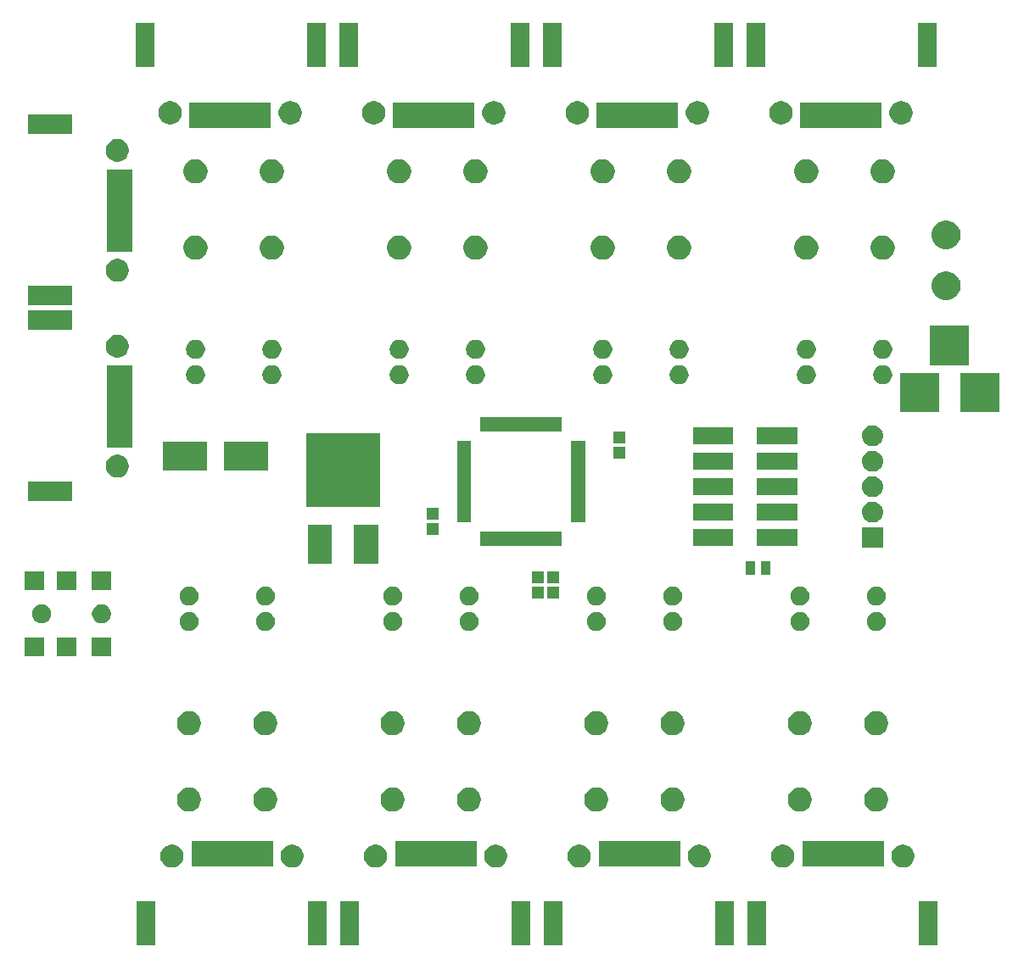
<source format=gts>
%TF.GenerationSoftware,KiCad,Pcbnew,(5.0.1)-3*%
%TF.CreationDate,2018-12-23T11:35:52+11:00*%
%TF.ProjectId,1Wire-AC_Zoning,31576972652D41435F5A6F6E696E672E,1.2*%
%TF.SameCoordinates,Original*%
%TF.FileFunction,Soldermask,Top*%
%TF.FilePolarity,Negative*%
%FSLAX46Y46*%
G04 Gerber Fmt 4.6, Leading zero omitted, Abs format (unit mm)*
G04 Created by KiCad (PCBNEW (5.0.1)-3) date 23/12/2018 11:35:52 AM*
%MOMM*%
%LPD*%
G01*
G04 APERTURE LIST*
%ADD10C,0.100000*%
G04 APERTURE END LIST*
D10*
G36*
X160927000Y-145387000D02*
X159027000Y-145387000D01*
X159027000Y-140987000D01*
X160927000Y-140987000D01*
X160927000Y-145387000D01*
X160927000Y-145387000D01*
G37*
G36*
X184467000Y-145387000D02*
X182567000Y-145387000D01*
X182567000Y-140987000D01*
X184467000Y-140987000D01*
X184467000Y-145387000D01*
X184467000Y-145387000D01*
G37*
G36*
X201567000Y-145387000D02*
X199667000Y-145387000D01*
X199667000Y-140987000D01*
X201567000Y-140987000D01*
X201567000Y-145387000D01*
X201567000Y-145387000D01*
G37*
G36*
X164147000Y-145387000D02*
X162247000Y-145387000D01*
X162247000Y-140987000D01*
X164147000Y-140987000D01*
X164147000Y-145387000D01*
X164147000Y-145387000D01*
G37*
G36*
X181247000Y-145387000D02*
X179347000Y-145387000D01*
X179347000Y-140987000D01*
X181247000Y-140987000D01*
X181247000Y-145387000D01*
X181247000Y-145387000D01*
G37*
G36*
X140607000Y-145387000D02*
X138707000Y-145387000D01*
X138707000Y-140987000D01*
X140607000Y-140987000D01*
X140607000Y-145387000D01*
X140607000Y-145387000D01*
G37*
G36*
X123507000Y-145387000D02*
X121607000Y-145387000D01*
X121607000Y-140987000D01*
X123507000Y-140987000D01*
X123507000Y-145387000D01*
X123507000Y-145387000D01*
G37*
G36*
X143827000Y-145387000D02*
X141927000Y-145387000D01*
X141927000Y-140987000D01*
X143827000Y-140987000D01*
X143827000Y-145387000D01*
X143827000Y-145387000D01*
G37*
G36*
X198442443Y-135341194D02*
X198651728Y-135427883D01*
X198840085Y-135553739D01*
X199000261Y-135713915D01*
X199126117Y-135902272D01*
X199212806Y-136111557D01*
X199257000Y-136333734D01*
X199257000Y-136560266D01*
X199212806Y-136782443D01*
X199126117Y-136991728D01*
X199000261Y-137180085D01*
X198840085Y-137340261D01*
X198651728Y-137466117D01*
X198442443Y-137552806D01*
X198220266Y-137597000D01*
X197993734Y-137597000D01*
X197771557Y-137552806D01*
X197562272Y-137466117D01*
X197373915Y-137340261D01*
X197213739Y-137180085D01*
X197087883Y-136991728D01*
X197001194Y-136782443D01*
X196957000Y-136560266D01*
X196957000Y-136333734D01*
X197001194Y-136111557D01*
X197087883Y-135902272D01*
X197213739Y-135713915D01*
X197373915Y-135553739D01*
X197562272Y-135427883D01*
X197771557Y-135341194D01*
X197993734Y-135297000D01*
X198220266Y-135297000D01*
X198442443Y-135341194D01*
X198442443Y-135341194D01*
G37*
G36*
X137482443Y-135341194D02*
X137691728Y-135427883D01*
X137880085Y-135553739D01*
X138040261Y-135713915D01*
X138166117Y-135902272D01*
X138252806Y-136111557D01*
X138297000Y-136333734D01*
X138297000Y-136560266D01*
X138252806Y-136782443D01*
X138166117Y-136991728D01*
X138040261Y-137180085D01*
X137880085Y-137340261D01*
X137691728Y-137466117D01*
X137482443Y-137552806D01*
X137260266Y-137597000D01*
X137033734Y-137597000D01*
X136811557Y-137552806D01*
X136602272Y-137466117D01*
X136413915Y-137340261D01*
X136253739Y-137180085D01*
X136127883Y-136991728D01*
X136041194Y-136782443D01*
X135997000Y-136560266D01*
X135997000Y-136333734D01*
X136041194Y-136111557D01*
X136127883Y-135902272D01*
X136253739Y-135713915D01*
X136413915Y-135553739D01*
X136602272Y-135427883D01*
X136811557Y-135341194D01*
X137033734Y-135297000D01*
X137260266Y-135297000D01*
X137482443Y-135341194D01*
X137482443Y-135341194D01*
G37*
G36*
X125492443Y-135341194D02*
X125701728Y-135427883D01*
X125890085Y-135553739D01*
X126050261Y-135713915D01*
X126176117Y-135902272D01*
X126262806Y-136111557D01*
X126307000Y-136333734D01*
X126307000Y-136560266D01*
X126262806Y-136782443D01*
X126176117Y-136991728D01*
X126050261Y-137180085D01*
X125890085Y-137340261D01*
X125701728Y-137466117D01*
X125492443Y-137552806D01*
X125270266Y-137597000D01*
X125043734Y-137597000D01*
X124821557Y-137552806D01*
X124612272Y-137466117D01*
X124423915Y-137340261D01*
X124263739Y-137180085D01*
X124137883Y-136991728D01*
X124051194Y-136782443D01*
X124007000Y-136560266D01*
X124007000Y-136333734D01*
X124051194Y-136111557D01*
X124137883Y-135902272D01*
X124263739Y-135713915D01*
X124423915Y-135553739D01*
X124612272Y-135427883D01*
X124821557Y-135341194D01*
X125043734Y-135297000D01*
X125270266Y-135297000D01*
X125492443Y-135341194D01*
X125492443Y-135341194D01*
G37*
G36*
X145812443Y-135341194D02*
X146021728Y-135427883D01*
X146210085Y-135553739D01*
X146370261Y-135713915D01*
X146496117Y-135902272D01*
X146582806Y-136111557D01*
X146627000Y-136333734D01*
X146627000Y-136560266D01*
X146582806Y-136782443D01*
X146496117Y-136991728D01*
X146370261Y-137180085D01*
X146210085Y-137340261D01*
X146021728Y-137466117D01*
X145812443Y-137552806D01*
X145590266Y-137597000D01*
X145363734Y-137597000D01*
X145141557Y-137552806D01*
X144932272Y-137466117D01*
X144743915Y-137340261D01*
X144583739Y-137180085D01*
X144457883Y-136991728D01*
X144371194Y-136782443D01*
X144327000Y-136560266D01*
X144327000Y-136333734D01*
X144371194Y-136111557D01*
X144457883Y-135902272D01*
X144583739Y-135713915D01*
X144743915Y-135553739D01*
X144932272Y-135427883D01*
X145141557Y-135341194D01*
X145363734Y-135297000D01*
X145590266Y-135297000D01*
X145812443Y-135341194D01*
X145812443Y-135341194D01*
G37*
G36*
X157802443Y-135341194D02*
X158011728Y-135427883D01*
X158200085Y-135553739D01*
X158360261Y-135713915D01*
X158486117Y-135902272D01*
X158572806Y-136111557D01*
X158617000Y-136333734D01*
X158617000Y-136560266D01*
X158572806Y-136782443D01*
X158486117Y-136991728D01*
X158360261Y-137180085D01*
X158200085Y-137340261D01*
X158011728Y-137466117D01*
X157802443Y-137552806D01*
X157580266Y-137597000D01*
X157353734Y-137597000D01*
X157131557Y-137552806D01*
X156922272Y-137466117D01*
X156733915Y-137340261D01*
X156573739Y-137180085D01*
X156447883Y-136991728D01*
X156361194Y-136782443D01*
X156317000Y-136560266D01*
X156317000Y-136333734D01*
X156361194Y-136111557D01*
X156447883Y-135902272D01*
X156573739Y-135713915D01*
X156733915Y-135553739D01*
X156922272Y-135427883D01*
X157131557Y-135341194D01*
X157353734Y-135297000D01*
X157580266Y-135297000D01*
X157802443Y-135341194D01*
X157802443Y-135341194D01*
G37*
G36*
X166132443Y-135341194D02*
X166341728Y-135427883D01*
X166530085Y-135553739D01*
X166690261Y-135713915D01*
X166816117Y-135902272D01*
X166902806Y-136111557D01*
X166947000Y-136333734D01*
X166947000Y-136560266D01*
X166902806Y-136782443D01*
X166816117Y-136991728D01*
X166690261Y-137180085D01*
X166530085Y-137340261D01*
X166341728Y-137466117D01*
X166132443Y-137552806D01*
X165910266Y-137597000D01*
X165683734Y-137597000D01*
X165461557Y-137552806D01*
X165252272Y-137466117D01*
X165063915Y-137340261D01*
X164903739Y-137180085D01*
X164777883Y-136991728D01*
X164691194Y-136782443D01*
X164647000Y-136560266D01*
X164647000Y-136333734D01*
X164691194Y-136111557D01*
X164777883Y-135902272D01*
X164903739Y-135713915D01*
X165063915Y-135553739D01*
X165252272Y-135427883D01*
X165461557Y-135341194D01*
X165683734Y-135297000D01*
X165910266Y-135297000D01*
X166132443Y-135341194D01*
X166132443Y-135341194D01*
G37*
G36*
X178122443Y-135341194D02*
X178331728Y-135427883D01*
X178520085Y-135553739D01*
X178680261Y-135713915D01*
X178806117Y-135902272D01*
X178892806Y-136111557D01*
X178937000Y-136333734D01*
X178937000Y-136560266D01*
X178892806Y-136782443D01*
X178806117Y-136991728D01*
X178680261Y-137180085D01*
X178520085Y-137340261D01*
X178331728Y-137466117D01*
X178122443Y-137552806D01*
X177900266Y-137597000D01*
X177673734Y-137597000D01*
X177451557Y-137552806D01*
X177242272Y-137466117D01*
X177053915Y-137340261D01*
X176893739Y-137180085D01*
X176767883Y-136991728D01*
X176681194Y-136782443D01*
X176637000Y-136560266D01*
X176637000Y-136333734D01*
X176681194Y-136111557D01*
X176767883Y-135902272D01*
X176893739Y-135713915D01*
X177053915Y-135553739D01*
X177242272Y-135427883D01*
X177451557Y-135341194D01*
X177673734Y-135297000D01*
X177900266Y-135297000D01*
X178122443Y-135341194D01*
X178122443Y-135341194D01*
G37*
G36*
X186452443Y-135341194D02*
X186661728Y-135427883D01*
X186850085Y-135553739D01*
X187010261Y-135713915D01*
X187136117Y-135902272D01*
X187222806Y-136111557D01*
X187267000Y-136333734D01*
X187267000Y-136560266D01*
X187222806Y-136782443D01*
X187136117Y-136991728D01*
X187010261Y-137180085D01*
X186850085Y-137340261D01*
X186661728Y-137466117D01*
X186452443Y-137552806D01*
X186230266Y-137597000D01*
X186003734Y-137597000D01*
X185781557Y-137552806D01*
X185572272Y-137466117D01*
X185383915Y-137340261D01*
X185223739Y-137180085D01*
X185097883Y-136991728D01*
X185011194Y-136782443D01*
X184967000Y-136560266D01*
X184967000Y-136333734D01*
X185011194Y-136111557D01*
X185097883Y-135902272D01*
X185223739Y-135713915D01*
X185383915Y-135553739D01*
X185572272Y-135427883D01*
X185781557Y-135341194D01*
X186003734Y-135297000D01*
X186230266Y-135297000D01*
X186452443Y-135341194D01*
X186452443Y-135341194D01*
G37*
G36*
X196217000Y-137457000D02*
X188077000Y-137457000D01*
X188077000Y-134957000D01*
X196217000Y-134957000D01*
X196217000Y-137457000D01*
X196217000Y-137457000D01*
G37*
G36*
X155577000Y-137457000D02*
X147437000Y-137457000D01*
X147437000Y-134957000D01*
X155577000Y-134957000D01*
X155577000Y-137457000D01*
X155577000Y-137457000D01*
G37*
G36*
X135257000Y-137457000D02*
X127117000Y-137457000D01*
X127117000Y-134957000D01*
X135257000Y-134957000D01*
X135257000Y-137457000D01*
X135257000Y-137457000D01*
G37*
G36*
X175897000Y-137457000D02*
X167757000Y-137457000D01*
X167757000Y-134957000D01*
X175897000Y-134957000D01*
X175897000Y-137457000D01*
X175897000Y-137457000D01*
G37*
G36*
X195800026Y-129656115D02*
X196018412Y-129746573D01*
X196214958Y-129877901D01*
X196382099Y-130045042D01*
X196513427Y-130241588D01*
X196603885Y-130459974D01*
X196650000Y-130691809D01*
X196650000Y-130928191D01*
X196603885Y-131160026D01*
X196513427Y-131378412D01*
X196382099Y-131574958D01*
X196214958Y-131742099D01*
X196018412Y-131873427D01*
X195800026Y-131963885D01*
X195568191Y-132010000D01*
X195331809Y-132010000D01*
X195099974Y-131963885D01*
X194881588Y-131873427D01*
X194685042Y-131742099D01*
X194517901Y-131574958D01*
X194386573Y-131378412D01*
X194296115Y-131160026D01*
X194250000Y-130928191D01*
X194250000Y-130691809D01*
X194296115Y-130459974D01*
X194386573Y-130241588D01*
X194517901Y-130045042D01*
X194685042Y-129877901D01*
X194881588Y-129746573D01*
X195099974Y-129656115D01*
X195331809Y-129610000D01*
X195568191Y-129610000D01*
X195800026Y-129656115D01*
X195800026Y-129656115D01*
G37*
G36*
X188180026Y-129656115D02*
X188398412Y-129746573D01*
X188594958Y-129877901D01*
X188762099Y-130045042D01*
X188893427Y-130241588D01*
X188983885Y-130459974D01*
X189030000Y-130691809D01*
X189030000Y-130928191D01*
X188983885Y-131160026D01*
X188893427Y-131378412D01*
X188762099Y-131574958D01*
X188594958Y-131742099D01*
X188398412Y-131873427D01*
X188180026Y-131963885D01*
X187948191Y-132010000D01*
X187711809Y-132010000D01*
X187479974Y-131963885D01*
X187261588Y-131873427D01*
X187065042Y-131742099D01*
X186897901Y-131574958D01*
X186766573Y-131378412D01*
X186676115Y-131160026D01*
X186630000Y-130928191D01*
X186630000Y-130691809D01*
X186676115Y-130459974D01*
X186766573Y-130241588D01*
X186897901Y-130045042D01*
X187065042Y-129877901D01*
X187261588Y-129746573D01*
X187479974Y-129656115D01*
X187711809Y-129610000D01*
X187948191Y-129610000D01*
X188180026Y-129656115D01*
X188180026Y-129656115D01*
G37*
G36*
X175480026Y-129656115D02*
X175698412Y-129746573D01*
X175894958Y-129877901D01*
X176062099Y-130045042D01*
X176193427Y-130241588D01*
X176283885Y-130459974D01*
X176330000Y-130691809D01*
X176330000Y-130928191D01*
X176283885Y-131160026D01*
X176193427Y-131378412D01*
X176062099Y-131574958D01*
X175894958Y-131742099D01*
X175698412Y-131873427D01*
X175480026Y-131963885D01*
X175248191Y-132010000D01*
X175011809Y-132010000D01*
X174779974Y-131963885D01*
X174561588Y-131873427D01*
X174365042Y-131742099D01*
X174197901Y-131574958D01*
X174066573Y-131378412D01*
X173976115Y-131160026D01*
X173930000Y-130928191D01*
X173930000Y-130691809D01*
X173976115Y-130459974D01*
X174066573Y-130241588D01*
X174197901Y-130045042D01*
X174365042Y-129877901D01*
X174561588Y-129746573D01*
X174779974Y-129656115D01*
X175011809Y-129610000D01*
X175248191Y-129610000D01*
X175480026Y-129656115D01*
X175480026Y-129656115D01*
G37*
G36*
X167860026Y-129656115D02*
X168078412Y-129746573D01*
X168274958Y-129877901D01*
X168442099Y-130045042D01*
X168573427Y-130241588D01*
X168663885Y-130459974D01*
X168710000Y-130691809D01*
X168710000Y-130928191D01*
X168663885Y-131160026D01*
X168573427Y-131378412D01*
X168442099Y-131574958D01*
X168274958Y-131742099D01*
X168078412Y-131873427D01*
X167860026Y-131963885D01*
X167628191Y-132010000D01*
X167391809Y-132010000D01*
X167159974Y-131963885D01*
X166941588Y-131873427D01*
X166745042Y-131742099D01*
X166577901Y-131574958D01*
X166446573Y-131378412D01*
X166356115Y-131160026D01*
X166310000Y-130928191D01*
X166310000Y-130691809D01*
X166356115Y-130459974D01*
X166446573Y-130241588D01*
X166577901Y-130045042D01*
X166745042Y-129877901D01*
X166941588Y-129746573D01*
X167159974Y-129656115D01*
X167391809Y-129610000D01*
X167628191Y-129610000D01*
X167860026Y-129656115D01*
X167860026Y-129656115D01*
G37*
G36*
X147540026Y-129656115D02*
X147758412Y-129746573D01*
X147954958Y-129877901D01*
X148122099Y-130045042D01*
X148253427Y-130241588D01*
X148343885Y-130459974D01*
X148390000Y-130691809D01*
X148390000Y-130928191D01*
X148343885Y-131160026D01*
X148253427Y-131378412D01*
X148122099Y-131574958D01*
X147954958Y-131742099D01*
X147758412Y-131873427D01*
X147540026Y-131963885D01*
X147308191Y-132010000D01*
X147071809Y-132010000D01*
X146839974Y-131963885D01*
X146621588Y-131873427D01*
X146425042Y-131742099D01*
X146257901Y-131574958D01*
X146126573Y-131378412D01*
X146036115Y-131160026D01*
X145990000Y-130928191D01*
X145990000Y-130691809D01*
X146036115Y-130459974D01*
X146126573Y-130241588D01*
X146257901Y-130045042D01*
X146425042Y-129877901D01*
X146621588Y-129746573D01*
X146839974Y-129656115D01*
X147071809Y-129610000D01*
X147308191Y-129610000D01*
X147540026Y-129656115D01*
X147540026Y-129656115D01*
G37*
G36*
X155160026Y-129656115D02*
X155378412Y-129746573D01*
X155574958Y-129877901D01*
X155742099Y-130045042D01*
X155873427Y-130241588D01*
X155963885Y-130459974D01*
X156010000Y-130691809D01*
X156010000Y-130928191D01*
X155963885Y-131160026D01*
X155873427Y-131378412D01*
X155742099Y-131574958D01*
X155574958Y-131742099D01*
X155378412Y-131873427D01*
X155160026Y-131963885D01*
X154928191Y-132010000D01*
X154691809Y-132010000D01*
X154459974Y-131963885D01*
X154241588Y-131873427D01*
X154045042Y-131742099D01*
X153877901Y-131574958D01*
X153746573Y-131378412D01*
X153656115Y-131160026D01*
X153610000Y-130928191D01*
X153610000Y-130691809D01*
X153656115Y-130459974D01*
X153746573Y-130241588D01*
X153877901Y-130045042D01*
X154045042Y-129877901D01*
X154241588Y-129746573D01*
X154459974Y-129656115D01*
X154691809Y-129610000D01*
X154928191Y-129610000D01*
X155160026Y-129656115D01*
X155160026Y-129656115D01*
G37*
G36*
X127220026Y-129656115D02*
X127438412Y-129746573D01*
X127634958Y-129877901D01*
X127802099Y-130045042D01*
X127933427Y-130241588D01*
X128023885Y-130459974D01*
X128070000Y-130691809D01*
X128070000Y-130928191D01*
X128023885Y-131160026D01*
X127933427Y-131378412D01*
X127802099Y-131574958D01*
X127634958Y-131742099D01*
X127438412Y-131873427D01*
X127220026Y-131963885D01*
X126988191Y-132010000D01*
X126751809Y-132010000D01*
X126519974Y-131963885D01*
X126301588Y-131873427D01*
X126105042Y-131742099D01*
X125937901Y-131574958D01*
X125806573Y-131378412D01*
X125716115Y-131160026D01*
X125670000Y-130928191D01*
X125670000Y-130691809D01*
X125716115Y-130459974D01*
X125806573Y-130241588D01*
X125937901Y-130045042D01*
X126105042Y-129877901D01*
X126301588Y-129746573D01*
X126519974Y-129656115D01*
X126751809Y-129610000D01*
X126988191Y-129610000D01*
X127220026Y-129656115D01*
X127220026Y-129656115D01*
G37*
G36*
X134840026Y-129656115D02*
X135058412Y-129746573D01*
X135254958Y-129877901D01*
X135422099Y-130045042D01*
X135553427Y-130241588D01*
X135643885Y-130459974D01*
X135690000Y-130691809D01*
X135690000Y-130928191D01*
X135643885Y-131160026D01*
X135553427Y-131378412D01*
X135422099Y-131574958D01*
X135254958Y-131742099D01*
X135058412Y-131873427D01*
X134840026Y-131963885D01*
X134608191Y-132010000D01*
X134371809Y-132010000D01*
X134139974Y-131963885D01*
X133921588Y-131873427D01*
X133725042Y-131742099D01*
X133557901Y-131574958D01*
X133426573Y-131378412D01*
X133336115Y-131160026D01*
X133290000Y-130928191D01*
X133290000Y-130691809D01*
X133336115Y-130459974D01*
X133426573Y-130241588D01*
X133557901Y-130045042D01*
X133725042Y-129877901D01*
X133921588Y-129746573D01*
X134139974Y-129656115D01*
X134371809Y-129610000D01*
X134608191Y-129610000D01*
X134840026Y-129656115D01*
X134840026Y-129656115D01*
G37*
G36*
X188180026Y-122036115D02*
X188398412Y-122126573D01*
X188594958Y-122257901D01*
X188762099Y-122425042D01*
X188893427Y-122621588D01*
X188983885Y-122839974D01*
X189030000Y-123071809D01*
X189030000Y-123308191D01*
X188983885Y-123540026D01*
X188893427Y-123758412D01*
X188762099Y-123954958D01*
X188594958Y-124122099D01*
X188398412Y-124253427D01*
X188180026Y-124343885D01*
X187948191Y-124390000D01*
X187711809Y-124390000D01*
X187479974Y-124343885D01*
X187261588Y-124253427D01*
X187065042Y-124122099D01*
X186897901Y-123954958D01*
X186766573Y-123758412D01*
X186676115Y-123540026D01*
X186630000Y-123308191D01*
X186630000Y-123071809D01*
X186676115Y-122839974D01*
X186766573Y-122621588D01*
X186897901Y-122425042D01*
X187065042Y-122257901D01*
X187261588Y-122126573D01*
X187479974Y-122036115D01*
X187711809Y-121990000D01*
X187948191Y-121990000D01*
X188180026Y-122036115D01*
X188180026Y-122036115D01*
G37*
G36*
X134840026Y-122036115D02*
X135058412Y-122126573D01*
X135254958Y-122257901D01*
X135422099Y-122425042D01*
X135553427Y-122621588D01*
X135643885Y-122839974D01*
X135690000Y-123071809D01*
X135690000Y-123308191D01*
X135643885Y-123540026D01*
X135553427Y-123758412D01*
X135422099Y-123954958D01*
X135254958Y-124122099D01*
X135058412Y-124253427D01*
X134840026Y-124343885D01*
X134608191Y-124390000D01*
X134371809Y-124390000D01*
X134139974Y-124343885D01*
X133921588Y-124253427D01*
X133725042Y-124122099D01*
X133557901Y-123954958D01*
X133426573Y-123758412D01*
X133336115Y-123540026D01*
X133290000Y-123308191D01*
X133290000Y-123071809D01*
X133336115Y-122839974D01*
X133426573Y-122621588D01*
X133557901Y-122425042D01*
X133725042Y-122257901D01*
X133921588Y-122126573D01*
X134139974Y-122036115D01*
X134371809Y-121990000D01*
X134608191Y-121990000D01*
X134840026Y-122036115D01*
X134840026Y-122036115D01*
G37*
G36*
X195800026Y-122036115D02*
X196018412Y-122126573D01*
X196214958Y-122257901D01*
X196382099Y-122425042D01*
X196513427Y-122621588D01*
X196603885Y-122839974D01*
X196650000Y-123071809D01*
X196650000Y-123308191D01*
X196603885Y-123540026D01*
X196513427Y-123758412D01*
X196382099Y-123954958D01*
X196214958Y-124122099D01*
X196018412Y-124253427D01*
X195800026Y-124343885D01*
X195568191Y-124390000D01*
X195331809Y-124390000D01*
X195099974Y-124343885D01*
X194881588Y-124253427D01*
X194685042Y-124122099D01*
X194517901Y-123954958D01*
X194386573Y-123758412D01*
X194296115Y-123540026D01*
X194250000Y-123308191D01*
X194250000Y-123071809D01*
X194296115Y-122839974D01*
X194386573Y-122621588D01*
X194517901Y-122425042D01*
X194685042Y-122257901D01*
X194881588Y-122126573D01*
X195099974Y-122036115D01*
X195331809Y-121990000D01*
X195568191Y-121990000D01*
X195800026Y-122036115D01*
X195800026Y-122036115D01*
G37*
G36*
X147540026Y-122036115D02*
X147758412Y-122126573D01*
X147954958Y-122257901D01*
X148122099Y-122425042D01*
X148253427Y-122621588D01*
X148343885Y-122839974D01*
X148390000Y-123071809D01*
X148390000Y-123308191D01*
X148343885Y-123540026D01*
X148253427Y-123758412D01*
X148122099Y-123954958D01*
X147954958Y-124122099D01*
X147758412Y-124253427D01*
X147540026Y-124343885D01*
X147308191Y-124390000D01*
X147071809Y-124390000D01*
X146839974Y-124343885D01*
X146621588Y-124253427D01*
X146425042Y-124122099D01*
X146257901Y-123954958D01*
X146126573Y-123758412D01*
X146036115Y-123540026D01*
X145990000Y-123308191D01*
X145990000Y-123071809D01*
X146036115Y-122839974D01*
X146126573Y-122621588D01*
X146257901Y-122425042D01*
X146425042Y-122257901D01*
X146621588Y-122126573D01*
X146839974Y-122036115D01*
X147071809Y-121990000D01*
X147308191Y-121990000D01*
X147540026Y-122036115D01*
X147540026Y-122036115D01*
G37*
G36*
X127220026Y-122036115D02*
X127438412Y-122126573D01*
X127634958Y-122257901D01*
X127802099Y-122425042D01*
X127933427Y-122621588D01*
X128023885Y-122839974D01*
X128070000Y-123071809D01*
X128070000Y-123308191D01*
X128023885Y-123540026D01*
X127933427Y-123758412D01*
X127802099Y-123954958D01*
X127634958Y-124122099D01*
X127438412Y-124253427D01*
X127220026Y-124343885D01*
X126988191Y-124390000D01*
X126751809Y-124390000D01*
X126519974Y-124343885D01*
X126301588Y-124253427D01*
X126105042Y-124122099D01*
X125937901Y-123954958D01*
X125806573Y-123758412D01*
X125716115Y-123540026D01*
X125670000Y-123308191D01*
X125670000Y-123071809D01*
X125716115Y-122839974D01*
X125806573Y-122621588D01*
X125937901Y-122425042D01*
X126105042Y-122257901D01*
X126301588Y-122126573D01*
X126519974Y-122036115D01*
X126751809Y-121990000D01*
X126988191Y-121990000D01*
X127220026Y-122036115D01*
X127220026Y-122036115D01*
G37*
G36*
X155160026Y-122036115D02*
X155378412Y-122126573D01*
X155574958Y-122257901D01*
X155742099Y-122425042D01*
X155873427Y-122621588D01*
X155963885Y-122839974D01*
X156010000Y-123071809D01*
X156010000Y-123308191D01*
X155963885Y-123540026D01*
X155873427Y-123758412D01*
X155742099Y-123954958D01*
X155574958Y-124122099D01*
X155378412Y-124253427D01*
X155160026Y-124343885D01*
X154928191Y-124390000D01*
X154691809Y-124390000D01*
X154459974Y-124343885D01*
X154241588Y-124253427D01*
X154045042Y-124122099D01*
X153877901Y-123954958D01*
X153746573Y-123758412D01*
X153656115Y-123540026D01*
X153610000Y-123308191D01*
X153610000Y-123071809D01*
X153656115Y-122839974D01*
X153746573Y-122621588D01*
X153877901Y-122425042D01*
X154045042Y-122257901D01*
X154241588Y-122126573D01*
X154459974Y-122036115D01*
X154691809Y-121990000D01*
X154928191Y-121990000D01*
X155160026Y-122036115D01*
X155160026Y-122036115D01*
G37*
G36*
X167860026Y-122036115D02*
X168078412Y-122126573D01*
X168274958Y-122257901D01*
X168442099Y-122425042D01*
X168573427Y-122621588D01*
X168663885Y-122839974D01*
X168710000Y-123071809D01*
X168710000Y-123308191D01*
X168663885Y-123540026D01*
X168573427Y-123758412D01*
X168442099Y-123954958D01*
X168274958Y-124122099D01*
X168078412Y-124253427D01*
X167860026Y-124343885D01*
X167628191Y-124390000D01*
X167391809Y-124390000D01*
X167159974Y-124343885D01*
X166941588Y-124253427D01*
X166745042Y-124122099D01*
X166577901Y-123954958D01*
X166446573Y-123758412D01*
X166356115Y-123540026D01*
X166310000Y-123308191D01*
X166310000Y-123071809D01*
X166356115Y-122839974D01*
X166446573Y-122621588D01*
X166577901Y-122425042D01*
X166745042Y-122257901D01*
X166941588Y-122126573D01*
X167159974Y-122036115D01*
X167391809Y-121990000D01*
X167628191Y-121990000D01*
X167860026Y-122036115D01*
X167860026Y-122036115D01*
G37*
G36*
X175480026Y-122036115D02*
X175698412Y-122126573D01*
X175894958Y-122257901D01*
X176062099Y-122425042D01*
X176193427Y-122621588D01*
X176283885Y-122839974D01*
X176330000Y-123071809D01*
X176330000Y-123308191D01*
X176283885Y-123540026D01*
X176193427Y-123758412D01*
X176062099Y-123954958D01*
X175894958Y-124122099D01*
X175698412Y-124253427D01*
X175480026Y-124343885D01*
X175248191Y-124390000D01*
X175011809Y-124390000D01*
X174779974Y-124343885D01*
X174561588Y-124253427D01*
X174365042Y-124122099D01*
X174197901Y-123954958D01*
X174066573Y-123758412D01*
X173976115Y-123540026D01*
X173930000Y-123308191D01*
X173930000Y-123071809D01*
X173976115Y-122839974D01*
X174066573Y-122621588D01*
X174197901Y-122425042D01*
X174365042Y-122257901D01*
X174561588Y-122126573D01*
X174779974Y-122036115D01*
X175011809Y-121990000D01*
X175248191Y-121990000D01*
X175480026Y-122036115D01*
X175480026Y-122036115D01*
G37*
G36*
X119092000Y-116518000D02*
X117192000Y-116518000D01*
X117192000Y-114618000D01*
X119092000Y-114618000D01*
X119092000Y-116518000D01*
X119092000Y-116518000D01*
G37*
G36*
X115592000Y-116518000D02*
X113692000Y-116518000D01*
X113692000Y-114618000D01*
X115592000Y-114618000D01*
X115592000Y-116518000D01*
X115592000Y-116518000D01*
G37*
G36*
X112392000Y-116518000D02*
X110492000Y-116518000D01*
X110492000Y-114618000D01*
X112392000Y-114618000D01*
X112392000Y-116518000D01*
X112392000Y-116518000D01*
G37*
G36*
X127009452Y-112089127D02*
X127147105Y-112116508D01*
X127319994Y-112188121D01*
X127475590Y-112292087D01*
X127607913Y-112424410D01*
X127711879Y-112580006D01*
X127783492Y-112752895D01*
X127820000Y-112936433D01*
X127820000Y-113123567D01*
X127783492Y-113307105D01*
X127711879Y-113479994D01*
X127607913Y-113635590D01*
X127475590Y-113767913D01*
X127319994Y-113871879D01*
X127147105Y-113943492D01*
X127009452Y-113970873D01*
X126963568Y-113980000D01*
X126776432Y-113980000D01*
X126730548Y-113970873D01*
X126592895Y-113943492D01*
X126420006Y-113871879D01*
X126264410Y-113767913D01*
X126132087Y-113635590D01*
X126028121Y-113479994D01*
X125956508Y-113307105D01*
X125920000Y-113123567D01*
X125920000Y-112936433D01*
X125956508Y-112752895D01*
X126028121Y-112580006D01*
X126132087Y-112424410D01*
X126264410Y-112292087D01*
X126420006Y-112188121D01*
X126592895Y-112116508D01*
X126730548Y-112089127D01*
X126776432Y-112080000D01*
X126963568Y-112080000D01*
X127009452Y-112089127D01*
X127009452Y-112089127D01*
G37*
G36*
X167649452Y-112089127D02*
X167787105Y-112116508D01*
X167959994Y-112188121D01*
X168115590Y-112292087D01*
X168247913Y-112424410D01*
X168351879Y-112580006D01*
X168423492Y-112752895D01*
X168460000Y-112936433D01*
X168460000Y-113123567D01*
X168423492Y-113307105D01*
X168351879Y-113479994D01*
X168247913Y-113635590D01*
X168115590Y-113767913D01*
X167959994Y-113871879D01*
X167787105Y-113943492D01*
X167649452Y-113970873D01*
X167603568Y-113980000D01*
X167416432Y-113980000D01*
X167370548Y-113970873D01*
X167232895Y-113943492D01*
X167060006Y-113871879D01*
X166904410Y-113767913D01*
X166772087Y-113635590D01*
X166668121Y-113479994D01*
X166596508Y-113307105D01*
X166560000Y-113123567D01*
X166560000Y-112936433D01*
X166596508Y-112752895D01*
X166668121Y-112580006D01*
X166772087Y-112424410D01*
X166904410Y-112292087D01*
X167060006Y-112188121D01*
X167232895Y-112116508D01*
X167370548Y-112089127D01*
X167416432Y-112080000D01*
X167603568Y-112080000D01*
X167649452Y-112089127D01*
X167649452Y-112089127D01*
G37*
G36*
X134629452Y-112089127D02*
X134767105Y-112116508D01*
X134939994Y-112188121D01*
X135095590Y-112292087D01*
X135227913Y-112424410D01*
X135331879Y-112580006D01*
X135403492Y-112752895D01*
X135440000Y-112936433D01*
X135440000Y-113123567D01*
X135403492Y-113307105D01*
X135331879Y-113479994D01*
X135227913Y-113635590D01*
X135095590Y-113767913D01*
X134939994Y-113871879D01*
X134767105Y-113943492D01*
X134629452Y-113970873D01*
X134583568Y-113980000D01*
X134396432Y-113980000D01*
X134350548Y-113970873D01*
X134212895Y-113943492D01*
X134040006Y-113871879D01*
X133884410Y-113767913D01*
X133752087Y-113635590D01*
X133648121Y-113479994D01*
X133576508Y-113307105D01*
X133540000Y-113123567D01*
X133540000Y-112936433D01*
X133576508Y-112752895D01*
X133648121Y-112580006D01*
X133752087Y-112424410D01*
X133884410Y-112292087D01*
X134040006Y-112188121D01*
X134212895Y-112116508D01*
X134350548Y-112089127D01*
X134396432Y-112080000D01*
X134583568Y-112080000D01*
X134629452Y-112089127D01*
X134629452Y-112089127D01*
G37*
G36*
X175269452Y-112089127D02*
X175407105Y-112116508D01*
X175579994Y-112188121D01*
X175735590Y-112292087D01*
X175867913Y-112424410D01*
X175971879Y-112580006D01*
X176043492Y-112752895D01*
X176080000Y-112936433D01*
X176080000Y-113123567D01*
X176043492Y-113307105D01*
X175971879Y-113479994D01*
X175867913Y-113635590D01*
X175735590Y-113767913D01*
X175579994Y-113871879D01*
X175407105Y-113943492D01*
X175269452Y-113970873D01*
X175223568Y-113980000D01*
X175036432Y-113980000D01*
X174990548Y-113970873D01*
X174852895Y-113943492D01*
X174680006Y-113871879D01*
X174524410Y-113767913D01*
X174392087Y-113635590D01*
X174288121Y-113479994D01*
X174216508Y-113307105D01*
X174180000Y-113123567D01*
X174180000Y-112936433D01*
X174216508Y-112752895D01*
X174288121Y-112580006D01*
X174392087Y-112424410D01*
X174524410Y-112292087D01*
X174680006Y-112188121D01*
X174852895Y-112116508D01*
X174990548Y-112089127D01*
X175036432Y-112080000D01*
X175223568Y-112080000D01*
X175269452Y-112089127D01*
X175269452Y-112089127D01*
G37*
G36*
X187969452Y-112089127D02*
X188107105Y-112116508D01*
X188279994Y-112188121D01*
X188435590Y-112292087D01*
X188567913Y-112424410D01*
X188671879Y-112580006D01*
X188743492Y-112752895D01*
X188780000Y-112936433D01*
X188780000Y-113123567D01*
X188743492Y-113307105D01*
X188671879Y-113479994D01*
X188567913Y-113635590D01*
X188435590Y-113767913D01*
X188279994Y-113871879D01*
X188107105Y-113943492D01*
X187969452Y-113970873D01*
X187923568Y-113980000D01*
X187736432Y-113980000D01*
X187690548Y-113970873D01*
X187552895Y-113943492D01*
X187380006Y-113871879D01*
X187224410Y-113767913D01*
X187092087Y-113635590D01*
X186988121Y-113479994D01*
X186916508Y-113307105D01*
X186880000Y-113123567D01*
X186880000Y-112936433D01*
X186916508Y-112752895D01*
X186988121Y-112580006D01*
X187092087Y-112424410D01*
X187224410Y-112292087D01*
X187380006Y-112188121D01*
X187552895Y-112116508D01*
X187690548Y-112089127D01*
X187736432Y-112080000D01*
X187923568Y-112080000D01*
X187969452Y-112089127D01*
X187969452Y-112089127D01*
G37*
G36*
X147329452Y-112089127D02*
X147467105Y-112116508D01*
X147639994Y-112188121D01*
X147795590Y-112292087D01*
X147927913Y-112424410D01*
X148031879Y-112580006D01*
X148103492Y-112752895D01*
X148140000Y-112936433D01*
X148140000Y-113123567D01*
X148103492Y-113307105D01*
X148031879Y-113479994D01*
X147927913Y-113635590D01*
X147795590Y-113767913D01*
X147639994Y-113871879D01*
X147467105Y-113943492D01*
X147329452Y-113970873D01*
X147283568Y-113980000D01*
X147096432Y-113980000D01*
X147050548Y-113970873D01*
X146912895Y-113943492D01*
X146740006Y-113871879D01*
X146584410Y-113767913D01*
X146452087Y-113635590D01*
X146348121Y-113479994D01*
X146276508Y-113307105D01*
X146240000Y-113123567D01*
X146240000Y-112936433D01*
X146276508Y-112752895D01*
X146348121Y-112580006D01*
X146452087Y-112424410D01*
X146584410Y-112292087D01*
X146740006Y-112188121D01*
X146912895Y-112116508D01*
X147050548Y-112089127D01*
X147096432Y-112080000D01*
X147283568Y-112080000D01*
X147329452Y-112089127D01*
X147329452Y-112089127D01*
G37*
G36*
X195589452Y-112089127D02*
X195727105Y-112116508D01*
X195899994Y-112188121D01*
X196055590Y-112292087D01*
X196187913Y-112424410D01*
X196291879Y-112580006D01*
X196363492Y-112752895D01*
X196400000Y-112936433D01*
X196400000Y-113123567D01*
X196363492Y-113307105D01*
X196291879Y-113479994D01*
X196187913Y-113635590D01*
X196055590Y-113767913D01*
X195899994Y-113871879D01*
X195727105Y-113943492D01*
X195589452Y-113970873D01*
X195543568Y-113980000D01*
X195356432Y-113980000D01*
X195310548Y-113970873D01*
X195172895Y-113943492D01*
X195000006Y-113871879D01*
X194844410Y-113767913D01*
X194712087Y-113635590D01*
X194608121Y-113479994D01*
X194536508Y-113307105D01*
X194500000Y-113123567D01*
X194500000Y-112936433D01*
X194536508Y-112752895D01*
X194608121Y-112580006D01*
X194712087Y-112424410D01*
X194844410Y-112292087D01*
X195000006Y-112188121D01*
X195172895Y-112116508D01*
X195310548Y-112089127D01*
X195356432Y-112080000D01*
X195543568Y-112080000D01*
X195589452Y-112089127D01*
X195589452Y-112089127D01*
G37*
G36*
X154949452Y-112089127D02*
X155087105Y-112116508D01*
X155259994Y-112188121D01*
X155415590Y-112292087D01*
X155547913Y-112424410D01*
X155651879Y-112580006D01*
X155723492Y-112752895D01*
X155760000Y-112936433D01*
X155760000Y-113123567D01*
X155723492Y-113307105D01*
X155651879Y-113479994D01*
X155547913Y-113635590D01*
X155415590Y-113767913D01*
X155259994Y-113871879D01*
X155087105Y-113943492D01*
X154949452Y-113970873D01*
X154903568Y-113980000D01*
X154716432Y-113980000D01*
X154670548Y-113970873D01*
X154532895Y-113943492D01*
X154360006Y-113871879D01*
X154204410Y-113767913D01*
X154072087Y-113635590D01*
X153968121Y-113479994D01*
X153896508Y-113307105D01*
X153860000Y-113123567D01*
X153860000Y-112936433D01*
X153896508Y-112752895D01*
X153968121Y-112580006D01*
X154072087Y-112424410D01*
X154204410Y-112292087D01*
X154360006Y-112188121D01*
X154532895Y-112116508D01*
X154670548Y-112089127D01*
X154716432Y-112080000D01*
X154903568Y-112080000D01*
X154949452Y-112089127D01*
X154949452Y-112089127D01*
G37*
G36*
X118281452Y-111327127D02*
X118419105Y-111354508D01*
X118591994Y-111426121D01*
X118747590Y-111530087D01*
X118879913Y-111662410D01*
X118983879Y-111818006D01*
X119055492Y-111990895D01*
X119092000Y-112174433D01*
X119092000Y-112361567D01*
X119055492Y-112545105D01*
X118983879Y-112717994D01*
X118879913Y-112873590D01*
X118747590Y-113005913D01*
X118591994Y-113109879D01*
X118419105Y-113181492D01*
X118281452Y-113208873D01*
X118235568Y-113218000D01*
X118048432Y-113218000D01*
X118002548Y-113208873D01*
X117864895Y-113181492D01*
X117692006Y-113109879D01*
X117536410Y-113005913D01*
X117404087Y-112873590D01*
X117300121Y-112717994D01*
X117228508Y-112545105D01*
X117192000Y-112361567D01*
X117192000Y-112174433D01*
X117228508Y-111990895D01*
X117300121Y-111818006D01*
X117404087Y-111662410D01*
X117536410Y-111530087D01*
X117692006Y-111426121D01*
X117864895Y-111354508D01*
X118002548Y-111327127D01*
X118048432Y-111318000D01*
X118235568Y-111318000D01*
X118281452Y-111327127D01*
X118281452Y-111327127D01*
G37*
G36*
X112281452Y-111327127D02*
X112419105Y-111354508D01*
X112591994Y-111426121D01*
X112747590Y-111530087D01*
X112879913Y-111662410D01*
X112983879Y-111818006D01*
X113055492Y-111990895D01*
X113092000Y-112174433D01*
X113092000Y-112361567D01*
X113055492Y-112545105D01*
X112983879Y-112717994D01*
X112879913Y-112873590D01*
X112747590Y-113005913D01*
X112591994Y-113109879D01*
X112419105Y-113181492D01*
X112281452Y-113208873D01*
X112235568Y-113218000D01*
X112048432Y-113218000D01*
X112002548Y-113208873D01*
X111864895Y-113181492D01*
X111692006Y-113109879D01*
X111536410Y-113005913D01*
X111404087Y-112873590D01*
X111300121Y-112717994D01*
X111228508Y-112545105D01*
X111192000Y-112361567D01*
X111192000Y-112174433D01*
X111228508Y-111990895D01*
X111300121Y-111818006D01*
X111404087Y-111662410D01*
X111536410Y-111530087D01*
X111692006Y-111426121D01*
X111864895Y-111354508D01*
X112002548Y-111327127D01*
X112048432Y-111318000D01*
X112235568Y-111318000D01*
X112281452Y-111327127D01*
X112281452Y-111327127D01*
G37*
G36*
X187969452Y-109549127D02*
X188107105Y-109576508D01*
X188279994Y-109648121D01*
X188435590Y-109752087D01*
X188567913Y-109884410D01*
X188671879Y-110040006D01*
X188743492Y-110212895D01*
X188780000Y-110396433D01*
X188780000Y-110583567D01*
X188743492Y-110767105D01*
X188671879Y-110939994D01*
X188567913Y-111095590D01*
X188435590Y-111227913D01*
X188279994Y-111331879D01*
X188107105Y-111403492D01*
X187993341Y-111426121D01*
X187923568Y-111440000D01*
X187736432Y-111440000D01*
X187666659Y-111426121D01*
X187552895Y-111403492D01*
X187380006Y-111331879D01*
X187224410Y-111227913D01*
X187092087Y-111095590D01*
X186988121Y-110939994D01*
X186916508Y-110767105D01*
X186880000Y-110583567D01*
X186880000Y-110396433D01*
X186916508Y-110212895D01*
X186988121Y-110040006D01*
X187092087Y-109884410D01*
X187224410Y-109752087D01*
X187380006Y-109648121D01*
X187552895Y-109576508D01*
X187690548Y-109549127D01*
X187736432Y-109540000D01*
X187923568Y-109540000D01*
X187969452Y-109549127D01*
X187969452Y-109549127D01*
G37*
G36*
X195589452Y-109549127D02*
X195727105Y-109576508D01*
X195899994Y-109648121D01*
X196055590Y-109752087D01*
X196187913Y-109884410D01*
X196291879Y-110040006D01*
X196363492Y-110212895D01*
X196400000Y-110396433D01*
X196400000Y-110583567D01*
X196363492Y-110767105D01*
X196291879Y-110939994D01*
X196187913Y-111095590D01*
X196055590Y-111227913D01*
X195899994Y-111331879D01*
X195727105Y-111403492D01*
X195613341Y-111426121D01*
X195543568Y-111440000D01*
X195356432Y-111440000D01*
X195286659Y-111426121D01*
X195172895Y-111403492D01*
X195000006Y-111331879D01*
X194844410Y-111227913D01*
X194712087Y-111095590D01*
X194608121Y-110939994D01*
X194536508Y-110767105D01*
X194500000Y-110583567D01*
X194500000Y-110396433D01*
X194536508Y-110212895D01*
X194608121Y-110040006D01*
X194712087Y-109884410D01*
X194844410Y-109752087D01*
X195000006Y-109648121D01*
X195172895Y-109576508D01*
X195310548Y-109549127D01*
X195356432Y-109540000D01*
X195543568Y-109540000D01*
X195589452Y-109549127D01*
X195589452Y-109549127D01*
G37*
G36*
X127009452Y-109549127D02*
X127147105Y-109576508D01*
X127319994Y-109648121D01*
X127475590Y-109752087D01*
X127607913Y-109884410D01*
X127711879Y-110040006D01*
X127783492Y-110212895D01*
X127820000Y-110396433D01*
X127820000Y-110583567D01*
X127783492Y-110767105D01*
X127711879Y-110939994D01*
X127607913Y-111095590D01*
X127475590Y-111227913D01*
X127319994Y-111331879D01*
X127147105Y-111403492D01*
X127033341Y-111426121D01*
X126963568Y-111440000D01*
X126776432Y-111440000D01*
X126706659Y-111426121D01*
X126592895Y-111403492D01*
X126420006Y-111331879D01*
X126264410Y-111227913D01*
X126132087Y-111095590D01*
X126028121Y-110939994D01*
X125956508Y-110767105D01*
X125920000Y-110583567D01*
X125920000Y-110396433D01*
X125956508Y-110212895D01*
X126028121Y-110040006D01*
X126132087Y-109884410D01*
X126264410Y-109752087D01*
X126420006Y-109648121D01*
X126592895Y-109576508D01*
X126730548Y-109549127D01*
X126776432Y-109540000D01*
X126963568Y-109540000D01*
X127009452Y-109549127D01*
X127009452Y-109549127D01*
G37*
G36*
X167649452Y-109549127D02*
X167787105Y-109576508D01*
X167959994Y-109648121D01*
X168115590Y-109752087D01*
X168247913Y-109884410D01*
X168351879Y-110040006D01*
X168423492Y-110212895D01*
X168460000Y-110396433D01*
X168460000Y-110583567D01*
X168423492Y-110767105D01*
X168351879Y-110939994D01*
X168247913Y-111095590D01*
X168115590Y-111227913D01*
X167959994Y-111331879D01*
X167787105Y-111403492D01*
X167673341Y-111426121D01*
X167603568Y-111440000D01*
X167416432Y-111440000D01*
X167346659Y-111426121D01*
X167232895Y-111403492D01*
X167060006Y-111331879D01*
X166904410Y-111227913D01*
X166772087Y-111095590D01*
X166668121Y-110939994D01*
X166596508Y-110767105D01*
X166560000Y-110583567D01*
X166560000Y-110396433D01*
X166596508Y-110212895D01*
X166668121Y-110040006D01*
X166772087Y-109884410D01*
X166904410Y-109752087D01*
X167060006Y-109648121D01*
X167232895Y-109576508D01*
X167370548Y-109549127D01*
X167416432Y-109540000D01*
X167603568Y-109540000D01*
X167649452Y-109549127D01*
X167649452Y-109549127D01*
G37*
G36*
X147329452Y-109549127D02*
X147467105Y-109576508D01*
X147639994Y-109648121D01*
X147795590Y-109752087D01*
X147927913Y-109884410D01*
X148031879Y-110040006D01*
X148103492Y-110212895D01*
X148140000Y-110396433D01*
X148140000Y-110583567D01*
X148103492Y-110767105D01*
X148031879Y-110939994D01*
X147927913Y-111095590D01*
X147795590Y-111227913D01*
X147639994Y-111331879D01*
X147467105Y-111403492D01*
X147353341Y-111426121D01*
X147283568Y-111440000D01*
X147096432Y-111440000D01*
X147026659Y-111426121D01*
X146912895Y-111403492D01*
X146740006Y-111331879D01*
X146584410Y-111227913D01*
X146452087Y-111095590D01*
X146348121Y-110939994D01*
X146276508Y-110767105D01*
X146240000Y-110583567D01*
X146240000Y-110396433D01*
X146276508Y-110212895D01*
X146348121Y-110040006D01*
X146452087Y-109884410D01*
X146584410Y-109752087D01*
X146740006Y-109648121D01*
X146912895Y-109576508D01*
X147050548Y-109549127D01*
X147096432Y-109540000D01*
X147283568Y-109540000D01*
X147329452Y-109549127D01*
X147329452Y-109549127D01*
G37*
G36*
X134629452Y-109549127D02*
X134767105Y-109576508D01*
X134939994Y-109648121D01*
X135095590Y-109752087D01*
X135227913Y-109884410D01*
X135331879Y-110040006D01*
X135403492Y-110212895D01*
X135440000Y-110396433D01*
X135440000Y-110583567D01*
X135403492Y-110767105D01*
X135331879Y-110939994D01*
X135227913Y-111095590D01*
X135095590Y-111227913D01*
X134939994Y-111331879D01*
X134767105Y-111403492D01*
X134653341Y-111426121D01*
X134583568Y-111440000D01*
X134396432Y-111440000D01*
X134326659Y-111426121D01*
X134212895Y-111403492D01*
X134040006Y-111331879D01*
X133884410Y-111227913D01*
X133752087Y-111095590D01*
X133648121Y-110939994D01*
X133576508Y-110767105D01*
X133540000Y-110583567D01*
X133540000Y-110396433D01*
X133576508Y-110212895D01*
X133648121Y-110040006D01*
X133752087Y-109884410D01*
X133884410Y-109752087D01*
X134040006Y-109648121D01*
X134212895Y-109576508D01*
X134350548Y-109549127D01*
X134396432Y-109540000D01*
X134583568Y-109540000D01*
X134629452Y-109549127D01*
X134629452Y-109549127D01*
G37*
G36*
X154949452Y-109549127D02*
X155087105Y-109576508D01*
X155259994Y-109648121D01*
X155415590Y-109752087D01*
X155547913Y-109884410D01*
X155651879Y-110040006D01*
X155723492Y-110212895D01*
X155760000Y-110396433D01*
X155760000Y-110583567D01*
X155723492Y-110767105D01*
X155651879Y-110939994D01*
X155547913Y-111095590D01*
X155415590Y-111227913D01*
X155259994Y-111331879D01*
X155087105Y-111403492D01*
X154973341Y-111426121D01*
X154903568Y-111440000D01*
X154716432Y-111440000D01*
X154646659Y-111426121D01*
X154532895Y-111403492D01*
X154360006Y-111331879D01*
X154204410Y-111227913D01*
X154072087Y-111095590D01*
X153968121Y-110939994D01*
X153896508Y-110767105D01*
X153860000Y-110583567D01*
X153860000Y-110396433D01*
X153896508Y-110212895D01*
X153968121Y-110040006D01*
X154072087Y-109884410D01*
X154204410Y-109752087D01*
X154360006Y-109648121D01*
X154532895Y-109576508D01*
X154670548Y-109549127D01*
X154716432Y-109540000D01*
X154903568Y-109540000D01*
X154949452Y-109549127D01*
X154949452Y-109549127D01*
G37*
G36*
X175269452Y-109549127D02*
X175407105Y-109576508D01*
X175579994Y-109648121D01*
X175735590Y-109752087D01*
X175867913Y-109884410D01*
X175971879Y-110040006D01*
X176043492Y-110212895D01*
X176080000Y-110396433D01*
X176080000Y-110583567D01*
X176043492Y-110767105D01*
X175971879Y-110939994D01*
X175867913Y-111095590D01*
X175735590Y-111227913D01*
X175579994Y-111331879D01*
X175407105Y-111403492D01*
X175293341Y-111426121D01*
X175223568Y-111440000D01*
X175036432Y-111440000D01*
X174966659Y-111426121D01*
X174852895Y-111403492D01*
X174680006Y-111331879D01*
X174524410Y-111227913D01*
X174392087Y-111095590D01*
X174288121Y-110939994D01*
X174216508Y-110767105D01*
X174180000Y-110583567D01*
X174180000Y-110396433D01*
X174216508Y-110212895D01*
X174288121Y-110040006D01*
X174392087Y-109884410D01*
X174524410Y-109752087D01*
X174680006Y-109648121D01*
X174852895Y-109576508D01*
X174990548Y-109549127D01*
X175036432Y-109540000D01*
X175223568Y-109540000D01*
X175269452Y-109549127D01*
X175269452Y-109549127D01*
G37*
G36*
X163783000Y-110747000D02*
X162583000Y-110747000D01*
X162583000Y-109597000D01*
X163783000Y-109597000D01*
X163783000Y-110747000D01*
X163783000Y-110747000D01*
G37*
G36*
X162283000Y-110747000D02*
X161083000Y-110747000D01*
X161083000Y-109597000D01*
X162283000Y-109597000D01*
X162283000Y-110747000D01*
X162283000Y-110747000D01*
G37*
G36*
X115592000Y-109918000D02*
X113692000Y-109918000D01*
X113692000Y-108018000D01*
X115592000Y-108018000D01*
X115592000Y-109918000D01*
X115592000Y-109918000D01*
G37*
G36*
X119092000Y-109918000D02*
X117192000Y-109918000D01*
X117192000Y-108018000D01*
X119092000Y-108018000D01*
X119092000Y-109918000D01*
X119092000Y-109918000D01*
G37*
G36*
X112392000Y-109918000D02*
X110492000Y-109918000D01*
X110492000Y-108018000D01*
X112392000Y-108018000D01*
X112392000Y-109918000D01*
X112392000Y-109918000D01*
G37*
G36*
X162283000Y-109223000D02*
X161083000Y-109223000D01*
X161083000Y-108073000D01*
X162283000Y-108073000D01*
X162283000Y-109223000D01*
X162283000Y-109223000D01*
G37*
G36*
X163783000Y-109223000D02*
X162583000Y-109223000D01*
X162583000Y-108073000D01*
X163783000Y-108073000D01*
X163783000Y-109223000D01*
X163783000Y-109223000D01*
G37*
G36*
X183354000Y-108346000D02*
X182454000Y-108346000D01*
X182454000Y-107046000D01*
X183354000Y-107046000D01*
X183354000Y-108346000D01*
X183354000Y-108346000D01*
G37*
G36*
X184854000Y-108346000D02*
X183954000Y-108346000D01*
X183954000Y-107046000D01*
X184854000Y-107046000D01*
X184854000Y-108346000D01*
X184854000Y-108346000D01*
G37*
G36*
X145730000Y-107250000D02*
X143330000Y-107250000D01*
X143330000Y-103350000D01*
X145730000Y-103350000D01*
X145730000Y-107250000D01*
X145730000Y-107250000D01*
G37*
G36*
X141150000Y-107250000D02*
X138750000Y-107250000D01*
X138750000Y-103350000D01*
X141150000Y-103350000D01*
X141150000Y-107250000D01*
X141150000Y-107250000D01*
G37*
G36*
X196122000Y-105698000D02*
X194022000Y-105698000D01*
X194022000Y-103598000D01*
X196122000Y-103598000D01*
X196122000Y-105698000D01*
X196122000Y-105698000D01*
G37*
G36*
X187572000Y-105483000D02*
X183572000Y-105483000D01*
X183572000Y-103813000D01*
X187572000Y-103813000D01*
X187572000Y-105483000D01*
X187572000Y-105483000D01*
G37*
G36*
X181172000Y-105483000D02*
X177172000Y-105483000D01*
X177172000Y-103813000D01*
X181172000Y-103813000D01*
X181172000Y-105483000D01*
X181172000Y-105483000D01*
G37*
G36*
X164095000Y-105460000D02*
X155945000Y-105460000D01*
X155945000Y-104060000D01*
X164095000Y-104060000D01*
X164095000Y-105460000D01*
X164095000Y-105460000D01*
G37*
G36*
X151769000Y-104410000D02*
X150619000Y-104410000D01*
X150619000Y-103210000D01*
X151769000Y-103210000D01*
X151769000Y-104410000D01*
X151769000Y-104410000D01*
G37*
G36*
X195200707Y-101065596D02*
X195277836Y-101073193D01*
X195409787Y-101113220D01*
X195475763Y-101133233D01*
X195658172Y-101230733D01*
X195818054Y-101361946D01*
X195949267Y-101521828D01*
X196046767Y-101704237D01*
X196046767Y-101704238D01*
X196106807Y-101902164D01*
X196127080Y-102108000D01*
X196106807Y-102313836D01*
X196066780Y-102445787D01*
X196046767Y-102511763D01*
X195949267Y-102694172D01*
X195818054Y-102854054D01*
X195658172Y-102985267D01*
X195475763Y-103082767D01*
X195409787Y-103102780D01*
X195277836Y-103142807D01*
X195200707Y-103150404D01*
X195123580Y-103158000D01*
X195020420Y-103158000D01*
X194943293Y-103150404D01*
X194866164Y-103142807D01*
X194734213Y-103102780D01*
X194668237Y-103082767D01*
X194485828Y-102985267D01*
X194325946Y-102854054D01*
X194194733Y-102694172D01*
X194097233Y-102511763D01*
X194077220Y-102445787D01*
X194037193Y-102313836D01*
X194016920Y-102108000D01*
X194037193Y-101902164D01*
X194097233Y-101704238D01*
X194097233Y-101704237D01*
X194194733Y-101521828D01*
X194325946Y-101361946D01*
X194485828Y-101230733D01*
X194668237Y-101133233D01*
X194734213Y-101113220D01*
X194866164Y-101073193D01*
X194943293Y-101065596D01*
X195020420Y-101058000D01*
X195123580Y-101058000D01*
X195200707Y-101065596D01*
X195200707Y-101065596D01*
G37*
G36*
X166420000Y-103135000D02*
X165020000Y-103135000D01*
X165020000Y-94985000D01*
X166420000Y-94985000D01*
X166420000Y-103135000D01*
X166420000Y-103135000D01*
G37*
G36*
X155020000Y-103135000D02*
X153620000Y-103135000D01*
X153620000Y-94985000D01*
X155020000Y-94985000D01*
X155020000Y-103135000D01*
X155020000Y-103135000D01*
G37*
G36*
X187572000Y-102943000D02*
X183572000Y-102943000D01*
X183572000Y-101273000D01*
X187572000Y-101273000D01*
X187572000Y-102943000D01*
X187572000Y-102943000D01*
G37*
G36*
X181172000Y-102943000D02*
X177172000Y-102943000D01*
X177172000Y-101273000D01*
X181172000Y-101273000D01*
X181172000Y-102943000D01*
X181172000Y-102943000D01*
G37*
G36*
X151769000Y-102910000D02*
X150619000Y-102910000D01*
X150619000Y-101710000D01*
X151769000Y-101710000D01*
X151769000Y-102910000D01*
X151769000Y-102910000D01*
G37*
G36*
X145950000Y-101600000D02*
X138550000Y-101600000D01*
X138550000Y-94200000D01*
X145950000Y-94200000D01*
X145950000Y-101600000D01*
X145950000Y-101600000D01*
G37*
G36*
X115172000Y-100983000D02*
X110772000Y-100983000D01*
X110772000Y-99083000D01*
X115172000Y-99083000D01*
X115172000Y-100983000D01*
X115172000Y-100983000D01*
G37*
G36*
X195200707Y-98525596D02*
X195277836Y-98533193D01*
X195409787Y-98573220D01*
X195475763Y-98593233D01*
X195658172Y-98690733D01*
X195818054Y-98821946D01*
X195949267Y-98981828D01*
X196046767Y-99164237D01*
X196046767Y-99164238D01*
X196106807Y-99362164D01*
X196127080Y-99568000D01*
X196106807Y-99773836D01*
X196085704Y-99843402D01*
X196046767Y-99971763D01*
X195949267Y-100154172D01*
X195818054Y-100314054D01*
X195658172Y-100445267D01*
X195475763Y-100542767D01*
X195409787Y-100562780D01*
X195277836Y-100602807D01*
X195200707Y-100610403D01*
X195123580Y-100618000D01*
X195020420Y-100618000D01*
X194943293Y-100610403D01*
X194866164Y-100602807D01*
X194734213Y-100562780D01*
X194668237Y-100542767D01*
X194485828Y-100445267D01*
X194325946Y-100314054D01*
X194194733Y-100154172D01*
X194097233Y-99971763D01*
X194058296Y-99843402D01*
X194037193Y-99773836D01*
X194016920Y-99568000D01*
X194037193Y-99362164D01*
X194097233Y-99164238D01*
X194097233Y-99164237D01*
X194194733Y-98981828D01*
X194325946Y-98821946D01*
X194485828Y-98690733D01*
X194668237Y-98593233D01*
X194734213Y-98573220D01*
X194866164Y-98533193D01*
X194943293Y-98525596D01*
X195020420Y-98518000D01*
X195123580Y-98518000D01*
X195200707Y-98525596D01*
X195200707Y-98525596D01*
G37*
G36*
X187572000Y-100403000D02*
X183572000Y-100403000D01*
X183572000Y-98733000D01*
X187572000Y-98733000D01*
X187572000Y-100403000D01*
X187572000Y-100403000D01*
G37*
G36*
X181172000Y-100403000D02*
X177172000Y-100403000D01*
X177172000Y-98733000D01*
X181172000Y-98733000D01*
X181172000Y-100403000D01*
X181172000Y-100403000D01*
G37*
G36*
X120047443Y-96417194D02*
X120256728Y-96503883D01*
X120445085Y-96629739D01*
X120605261Y-96789915D01*
X120731117Y-96978272D01*
X120817806Y-97187557D01*
X120862000Y-97409734D01*
X120862000Y-97636266D01*
X120817806Y-97858443D01*
X120731117Y-98067728D01*
X120605261Y-98256085D01*
X120445085Y-98416261D01*
X120256728Y-98542117D01*
X120047443Y-98628806D01*
X119825266Y-98673000D01*
X119598734Y-98673000D01*
X119376557Y-98628806D01*
X119167272Y-98542117D01*
X118978915Y-98416261D01*
X118818739Y-98256085D01*
X118692883Y-98067728D01*
X118606194Y-97858443D01*
X118562000Y-97636266D01*
X118562000Y-97409734D01*
X118606194Y-97187557D01*
X118692883Y-96978272D01*
X118818739Y-96789915D01*
X118978915Y-96629739D01*
X119167272Y-96503883D01*
X119376557Y-96417194D01*
X119598734Y-96373000D01*
X119825266Y-96373000D01*
X120047443Y-96417194D01*
X120047443Y-96417194D01*
G37*
G36*
X195194651Y-95985000D02*
X195277836Y-95993193D01*
X195409787Y-96033220D01*
X195475763Y-96053233D01*
X195658172Y-96150733D01*
X195818054Y-96281946D01*
X195949267Y-96441828D01*
X196046767Y-96624237D01*
X196046767Y-96624238D01*
X196106807Y-96822164D01*
X196127080Y-97028000D01*
X196106807Y-97233836D01*
X196066780Y-97365787D01*
X196046767Y-97431763D01*
X195949267Y-97614172D01*
X195818054Y-97774054D01*
X195658172Y-97905267D01*
X195475763Y-98002767D01*
X195409787Y-98022780D01*
X195277836Y-98062807D01*
X195200707Y-98070403D01*
X195123580Y-98078000D01*
X195020420Y-98078000D01*
X194943293Y-98070403D01*
X194866164Y-98062807D01*
X194734213Y-98022780D01*
X194668237Y-98002767D01*
X194485828Y-97905267D01*
X194325946Y-97774054D01*
X194194733Y-97614172D01*
X194097233Y-97431763D01*
X194077220Y-97365787D01*
X194037193Y-97233836D01*
X194016920Y-97028000D01*
X194037193Y-96822164D01*
X194097233Y-96624238D01*
X194097233Y-96624237D01*
X194194733Y-96441828D01*
X194325946Y-96281946D01*
X194485828Y-96150733D01*
X194668237Y-96053233D01*
X194734213Y-96033220D01*
X194866164Y-95993193D01*
X194949349Y-95985000D01*
X195020420Y-95978000D01*
X195123580Y-95978000D01*
X195194651Y-95985000D01*
X195194651Y-95985000D01*
G37*
G36*
X128690000Y-97970000D02*
X124290000Y-97970000D01*
X124290000Y-95070000D01*
X128690000Y-95070000D01*
X128690000Y-97970000D01*
X128690000Y-97970000D01*
G37*
G36*
X134790000Y-97970000D02*
X130390000Y-97970000D01*
X130390000Y-95070000D01*
X134790000Y-95070000D01*
X134790000Y-97970000D01*
X134790000Y-97970000D01*
G37*
G36*
X181172000Y-97863000D02*
X177172000Y-97863000D01*
X177172000Y-96193000D01*
X181172000Y-96193000D01*
X181172000Y-97863000D01*
X181172000Y-97863000D01*
G37*
G36*
X187572000Y-97863000D02*
X183572000Y-97863000D01*
X183572000Y-96193000D01*
X187572000Y-96193000D01*
X187572000Y-97863000D01*
X187572000Y-97863000D01*
G37*
G36*
X170374000Y-96790000D02*
X169224000Y-96790000D01*
X169224000Y-95590000D01*
X170374000Y-95590000D01*
X170374000Y-96790000D01*
X170374000Y-96790000D01*
G37*
G36*
X121202000Y-95633000D02*
X118702000Y-95633000D01*
X118702000Y-87493000D01*
X121202000Y-87493000D01*
X121202000Y-95633000D01*
X121202000Y-95633000D01*
G37*
G36*
X195200707Y-93445596D02*
X195277836Y-93453193D01*
X195409787Y-93493220D01*
X195475763Y-93513233D01*
X195658172Y-93610733D01*
X195818054Y-93741946D01*
X195949267Y-93901828D01*
X196046767Y-94084237D01*
X196046767Y-94084238D01*
X196106807Y-94282164D01*
X196127080Y-94488000D01*
X196106807Y-94693836D01*
X196066780Y-94825787D01*
X196046767Y-94891763D01*
X195949267Y-95074172D01*
X195818054Y-95234054D01*
X195658172Y-95365267D01*
X195475763Y-95462767D01*
X195409787Y-95482780D01*
X195277836Y-95522807D01*
X195200707Y-95530403D01*
X195123580Y-95538000D01*
X195020420Y-95538000D01*
X194943293Y-95530403D01*
X194866164Y-95522807D01*
X194734213Y-95482780D01*
X194668237Y-95462767D01*
X194485828Y-95365267D01*
X194325946Y-95234054D01*
X194194733Y-95074172D01*
X194097233Y-94891763D01*
X194077220Y-94825787D01*
X194037193Y-94693836D01*
X194016920Y-94488000D01*
X194037193Y-94282164D01*
X194097233Y-94084238D01*
X194097233Y-94084237D01*
X194194733Y-93901828D01*
X194325946Y-93741946D01*
X194485828Y-93610733D01*
X194668237Y-93513233D01*
X194734213Y-93493220D01*
X194866164Y-93453193D01*
X194943293Y-93445596D01*
X195020420Y-93438000D01*
X195123580Y-93438000D01*
X195200707Y-93445596D01*
X195200707Y-93445596D01*
G37*
G36*
X187572000Y-95323000D02*
X183572000Y-95323000D01*
X183572000Y-93653000D01*
X187572000Y-93653000D01*
X187572000Y-95323000D01*
X187572000Y-95323000D01*
G37*
G36*
X181172000Y-95323000D02*
X177172000Y-95323000D01*
X177172000Y-93653000D01*
X181172000Y-93653000D01*
X181172000Y-95323000D01*
X181172000Y-95323000D01*
G37*
G36*
X170374000Y-95290000D02*
X169224000Y-95290000D01*
X169224000Y-94090000D01*
X170374000Y-94090000D01*
X170374000Y-95290000D01*
X170374000Y-95290000D01*
G37*
G36*
X164095000Y-94060000D02*
X155945000Y-94060000D01*
X155945000Y-92660000D01*
X164095000Y-92660000D01*
X164095000Y-94060000D01*
X164095000Y-94060000D01*
G37*
G36*
X207718400Y-92120060D02*
X203818280Y-92120060D01*
X203818280Y-88219940D01*
X207718400Y-88219940D01*
X207718400Y-92120060D01*
X207718400Y-92120060D01*
G37*
G36*
X201718920Y-92120060D02*
X197818800Y-92120060D01*
X197818800Y-88219940D01*
X201718920Y-88219940D01*
X201718920Y-92120060D01*
X201718920Y-92120060D01*
G37*
G36*
X147970452Y-87451127D02*
X148108105Y-87478508D01*
X148280994Y-87550121D01*
X148436590Y-87654087D01*
X148568913Y-87786410D01*
X148672879Y-87942006D01*
X148744492Y-88114895D01*
X148765387Y-88219940D01*
X148781000Y-88298432D01*
X148781000Y-88485568D01*
X148775543Y-88513000D01*
X148744492Y-88669105D01*
X148672879Y-88841994D01*
X148568913Y-88997590D01*
X148436590Y-89129913D01*
X148280994Y-89233879D01*
X148108105Y-89305492D01*
X147970451Y-89332873D01*
X147924568Y-89342000D01*
X147737432Y-89342000D01*
X147691549Y-89332873D01*
X147553895Y-89305492D01*
X147381006Y-89233879D01*
X147225410Y-89129913D01*
X147093087Y-88997590D01*
X146989121Y-88841994D01*
X146917508Y-88669105D01*
X146886457Y-88513000D01*
X146881000Y-88485568D01*
X146881000Y-88298432D01*
X146896613Y-88219940D01*
X146917508Y-88114895D01*
X146989121Y-87942006D01*
X147093087Y-87786410D01*
X147225410Y-87654087D01*
X147381006Y-87550121D01*
X147553895Y-87478508D01*
X147691549Y-87451127D01*
X147737432Y-87442000D01*
X147924568Y-87442000D01*
X147970452Y-87451127D01*
X147970452Y-87451127D01*
G37*
G36*
X196230452Y-87451127D02*
X196368105Y-87478508D01*
X196540994Y-87550121D01*
X196696590Y-87654087D01*
X196828913Y-87786410D01*
X196932879Y-87942006D01*
X197004492Y-88114895D01*
X197025387Y-88219940D01*
X197041000Y-88298432D01*
X197041000Y-88485568D01*
X197035543Y-88513000D01*
X197004492Y-88669105D01*
X196932879Y-88841994D01*
X196828913Y-88997590D01*
X196696590Y-89129913D01*
X196540994Y-89233879D01*
X196368105Y-89305492D01*
X196230451Y-89332873D01*
X196184568Y-89342000D01*
X195997432Y-89342000D01*
X195951549Y-89332873D01*
X195813895Y-89305492D01*
X195641006Y-89233879D01*
X195485410Y-89129913D01*
X195353087Y-88997590D01*
X195249121Y-88841994D01*
X195177508Y-88669105D01*
X195146457Y-88513000D01*
X195141000Y-88485568D01*
X195141000Y-88298432D01*
X195156613Y-88219940D01*
X195177508Y-88114895D01*
X195249121Y-87942006D01*
X195353087Y-87786410D01*
X195485410Y-87654087D01*
X195641006Y-87550121D01*
X195813895Y-87478508D01*
X195951549Y-87451127D01*
X195997432Y-87442000D01*
X196184568Y-87442000D01*
X196230452Y-87451127D01*
X196230452Y-87451127D01*
G37*
G36*
X127650452Y-87451127D02*
X127788105Y-87478508D01*
X127960994Y-87550121D01*
X128116590Y-87654087D01*
X128248913Y-87786410D01*
X128352879Y-87942006D01*
X128424492Y-88114895D01*
X128445387Y-88219940D01*
X128461000Y-88298432D01*
X128461000Y-88485568D01*
X128455543Y-88513000D01*
X128424492Y-88669105D01*
X128352879Y-88841994D01*
X128248913Y-88997590D01*
X128116590Y-89129913D01*
X127960994Y-89233879D01*
X127788105Y-89305492D01*
X127650451Y-89332873D01*
X127604568Y-89342000D01*
X127417432Y-89342000D01*
X127371549Y-89332873D01*
X127233895Y-89305492D01*
X127061006Y-89233879D01*
X126905410Y-89129913D01*
X126773087Y-88997590D01*
X126669121Y-88841994D01*
X126597508Y-88669105D01*
X126566457Y-88513000D01*
X126561000Y-88485568D01*
X126561000Y-88298432D01*
X126576613Y-88219940D01*
X126597508Y-88114895D01*
X126669121Y-87942006D01*
X126773087Y-87786410D01*
X126905410Y-87654087D01*
X127061006Y-87550121D01*
X127233895Y-87478508D01*
X127371549Y-87451127D01*
X127417432Y-87442000D01*
X127604568Y-87442000D01*
X127650452Y-87451127D01*
X127650452Y-87451127D01*
G37*
G36*
X135270452Y-87451127D02*
X135408105Y-87478508D01*
X135580994Y-87550121D01*
X135736590Y-87654087D01*
X135868913Y-87786410D01*
X135972879Y-87942006D01*
X136044492Y-88114895D01*
X136065387Y-88219940D01*
X136081000Y-88298432D01*
X136081000Y-88485568D01*
X136075543Y-88513000D01*
X136044492Y-88669105D01*
X135972879Y-88841994D01*
X135868913Y-88997590D01*
X135736590Y-89129913D01*
X135580994Y-89233879D01*
X135408105Y-89305492D01*
X135270451Y-89332873D01*
X135224568Y-89342000D01*
X135037432Y-89342000D01*
X134991549Y-89332873D01*
X134853895Y-89305492D01*
X134681006Y-89233879D01*
X134525410Y-89129913D01*
X134393087Y-88997590D01*
X134289121Y-88841994D01*
X134217508Y-88669105D01*
X134186457Y-88513000D01*
X134181000Y-88485568D01*
X134181000Y-88298432D01*
X134196613Y-88219940D01*
X134217508Y-88114895D01*
X134289121Y-87942006D01*
X134393087Y-87786410D01*
X134525410Y-87654087D01*
X134681006Y-87550121D01*
X134853895Y-87478508D01*
X134991549Y-87451127D01*
X135037432Y-87442000D01*
X135224568Y-87442000D01*
X135270452Y-87451127D01*
X135270452Y-87451127D01*
G37*
G36*
X155590452Y-87451127D02*
X155728105Y-87478508D01*
X155900994Y-87550121D01*
X156056590Y-87654087D01*
X156188913Y-87786410D01*
X156292879Y-87942006D01*
X156364492Y-88114895D01*
X156385387Y-88219940D01*
X156401000Y-88298432D01*
X156401000Y-88485568D01*
X156395543Y-88513000D01*
X156364492Y-88669105D01*
X156292879Y-88841994D01*
X156188913Y-88997590D01*
X156056590Y-89129913D01*
X155900994Y-89233879D01*
X155728105Y-89305492D01*
X155590451Y-89332873D01*
X155544568Y-89342000D01*
X155357432Y-89342000D01*
X155311549Y-89332873D01*
X155173895Y-89305492D01*
X155001006Y-89233879D01*
X154845410Y-89129913D01*
X154713087Y-88997590D01*
X154609121Y-88841994D01*
X154537508Y-88669105D01*
X154506457Y-88513000D01*
X154501000Y-88485568D01*
X154501000Y-88298432D01*
X154516613Y-88219940D01*
X154537508Y-88114895D01*
X154609121Y-87942006D01*
X154713087Y-87786410D01*
X154845410Y-87654087D01*
X155001006Y-87550121D01*
X155173895Y-87478508D01*
X155311549Y-87451127D01*
X155357432Y-87442000D01*
X155544568Y-87442000D01*
X155590452Y-87451127D01*
X155590452Y-87451127D01*
G37*
G36*
X168290452Y-87451127D02*
X168428105Y-87478508D01*
X168600994Y-87550121D01*
X168756590Y-87654087D01*
X168888913Y-87786410D01*
X168992879Y-87942006D01*
X169064492Y-88114895D01*
X169085387Y-88219940D01*
X169101000Y-88298432D01*
X169101000Y-88485568D01*
X169095543Y-88513000D01*
X169064492Y-88669105D01*
X168992879Y-88841994D01*
X168888913Y-88997590D01*
X168756590Y-89129913D01*
X168600994Y-89233879D01*
X168428105Y-89305492D01*
X168290451Y-89332873D01*
X168244568Y-89342000D01*
X168057432Y-89342000D01*
X168011549Y-89332873D01*
X167873895Y-89305492D01*
X167701006Y-89233879D01*
X167545410Y-89129913D01*
X167413087Y-88997590D01*
X167309121Y-88841994D01*
X167237508Y-88669105D01*
X167206457Y-88513000D01*
X167201000Y-88485568D01*
X167201000Y-88298432D01*
X167216613Y-88219940D01*
X167237508Y-88114895D01*
X167309121Y-87942006D01*
X167413087Y-87786410D01*
X167545410Y-87654087D01*
X167701006Y-87550121D01*
X167873895Y-87478508D01*
X168011549Y-87451127D01*
X168057432Y-87442000D01*
X168244568Y-87442000D01*
X168290452Y-87451127D01*
X168290452Y-87451127D01*
G37*
G36*
X188610452Y-87451127D02*
X188748105Y-87478508D01*
X188920994Y-87550121D01*
X189076590Y-87654087D01*
X189208913Y-87786410D01*
X189312879Y-87942006D01*
X189384492Y-88114895D01*
X189405387Y-88219940D01*
X189421000Y-88298432D01*
X189421000Y-88485568D01*
X189415543Y-88513000D01*
X189384492Y-88669105D01*
X189312879Y-88841994D01*
X189208913Y-88997590D01*
X189076590Y-89129913D01*
X188920994Y-89233879D01*
X188748105Y-89305492D01*
X188610451Y-89332873D01*
X188564568Y-89342000D01*
X188377432Y-89342000D01*
X188331549Y-89332873D01*
X188193895Y-89305492D01*
X188021006Y-89233879D01*
X187865410Y-89129913D01*
X187733087Y-88997590D01*
X187629121Y-88841994D01*
X187557508Y-88669105D01*
X187526457Y-88513000D01*
X187521000Y-88485568D01*
X187521000Y-88298432D01*
X187536613Y-88219940D01*
X187557508Y-88114895D01*
X187629121Y-87942006D01*
X187733087Y-87786410D01*
X187865410Y-87654087D01*
X188021006Y-87550121D01*
X188193895Y-87478508D01*
X188331549Y-87451127D01*
X188377432Y-87442000D01*
X188564568Y-87442000D01*
X188610452Y-87451127D01*
X188610452Y-87451127D01*
G37*
G36*
X175910452Y-87451127D02*
X176048105Y-87478508D01*
X176220994Y-87550121D01*
X176376590Y-87654087D01*
X176508913Y-87786410D01*
X176612879Y-87942006D01*
X176684492Y-88114895D01*
X176705387Y-88219940D01*
X176721000Y-88298432D01*
X176721000Y-88485568D01*
X176715543Y-88513000D01*
X176684492Y-88669105D01*
X176612879Y-88841994D01*
X176508913Y-88997590D01*
X176376590Y-89129913D01*
X176220994Y-89233879D01*
X176048105Y-89305492D01*
X175910451Y-89332873D01*
X175864568Y-89342000D01*
X175677432Y-89342000D01*
X175631549Y-89332873D01*
X175493895Y-89305492D01*
X175321006Y-89233879D01*
X175165410Y-89129913D01*
X175033087Y-88997590D01*
X174929121Y-88841994D01*
X174857508Y-88669105D01*
X174826457Y-88513000D01*
X174821000Y-88485568D01*
X174821000Y-88298432D01*
X174836613Y-88219940D01*
X174857508Y-88114895D01*
X174929121Y-87942006D01*
X175033087Y-87786410D01*
X175165410Y-87654087D01*
X175321006Y-87550121D01*
X175493895Y-87478508D01*
X175631549Y-87451127D01*
X175677432Y-87442000D01*
X175864568Y-87442000D01*
X175910452Y-87451127D01*
X175910452Y-87451127D01*
G37*
G36*
X204718660Y-87421060D02*
X200818540Y-87421060D01*
X200818540Y-83520940D01*
X204718660Y-83520940D01*
X204718660Y-87421060D01*
X204718660Y-87421060D01*
G37*
G36*
X127650452Y-84911127D02*
X127788105Y-84938508D01*
X127960994Y-85010121D01*
X128116590Y-85114087D01*
X128248913Y-85246410D01*
X128352879Y-85402006D01*
X128424492Y-85574895D01*
X128461000Y-85758433D01*
X128461000Y-85945567D01*
X128424492Y-86129105D01*
X128352879Y-86301994D01*
X128248913Y-86457590D01*
X128116590Y-86589913D01*
X127960994Y-86693879D01*
X127788105Y-86765492D01*
X127650452Y-86792873D01*
X127604568Y-86802000D01*
X127417432Y-86802000D01*
X127371548Y-86792873D01*
X127233895Y-86765492D01*
X127061006Y-86693879D01*
X126905410Y-86589913D01*
X126773087Y-86457590D01*
X126669121Y-86301994D01*
X126597508Y-86129105D01*
X126561000Y-85945567D01*
X126561000Y-85758433D01*
X126597508Y-85574895D01*
X126669121Y-85402006D01*
X126773087Y-85246410D01*
X126905410Y-85114087D01*
X127061006Y-85010121D01*
X127233895Y-84938508D01*
X127371549Y-84911127D01*
X127417432Y-84902000D01*
X127604568Y-84902000D01*
X127650452Y-84911127D01*
X127650452Y-84911127D01*
G37*
G36*
X196230452Y-84911127D02*
X196368105Y-84938508D01*
X196540994Y-85010121D01*
X196696590Y-85114087D01*
X196828913Y-85246410D01*
X196932879Y-85402006D01*
X197004492Y-85574895D01*
X197041000Y-85758433D01*
X197041000Y-85945567D01*
X197004492Y-86129105D01*
X196932879Y-86301994D01*
X196828913Y-86457590D01*
X196696590Y-86589913D01*
X196540994Y-86693879D01*
X196368105Y-86765492D01*
X196230452Y-86792873D01*
X196184568Y-86802000D01*
X195997432Y-86802000D01*
X195951548Y-86792873D01*
X195813895Y-86765492D01*
X195641006Y-86693879D01*
X195485410Y-86589913D01*
X195353087Y-86457590D01*
X195249121Y-86301994D01*
X195177508Y-86129105D01*
X195141000Y-85945567D01*
X195141000Y-85758433D01*
X195177508Y-85574895D01*
X195249121Y-85402006D01*
X195353087Y-85246410D01*
X195485410Y-85114087D01*
X195641006Y-85010121D01*
X195813895Y-84938508D01*
X195951549Y-84911127D01*
X195997432Y-84902000D01*
X196184568Y-84902000D01*
X196230452Y-84911127D01*
X196230452Y-84911127D01*
G37*
G36*
X135270452Y-84911127D02*
X135408105Y-84938508D01*
X135580994Y-85010121D01*
X135736590Y-85114087D01*
X135868913Y-85246410D01*
X135972879Y-85402006D01*
X136044492Y-85574895D01*
X136081000Y-85758433D01*
X136081000Y-85945567D01*
X136044492Y-86129105D01*
X135972879Y-86301994D01*
X135868913Y-86457590D01*
X135736590Y-86589913D01*
X135580994Y-86693879D01*
X135408105Y-86765492D01*
X135270452Y-86792873D01*
X135224568Y-86802000D01*
X135037432Y-86802000D01*
X134991548Y-86792873D01*
X134853895Y-86765492D01*
X134681006Y-86693879D01*
X134525410Y-86589913D01*
X134393087Y-86457590D01*
X134289121Y-86301994D01*
X134217508Y-86129105D01*
X134181000Y-85945567D01*
X134181000Y-85758433D01*
X134217508Y-85574895D01*
X134289121Y-85402006D01*
X134393087Y-85246410D01*
X134525410Y-85114087D01*
X134681006Y-85010121D01*
X134853895Y-84938508D01*
X134991549Y-84911127D01*
X135037432Y-84902000D01*
X135224568Y-84902000D01*
X135270452Y-84911127D01*
X135270452Y-84911127D01*
G37*
G36*
X147970452Y-84911127D02*
X148108105Y-84938508D01*
X148280994Y-85010121D01*
X148436590Y-85114087D01*
X148568913Y-85246410D01*
X148672879Y-85402006D01*
X148744492Y-85574895D01*
X148781000Y-85758433D01*
X148781000Y-85945567D01*
X148744492Y-86129105D01*
X148672879Y-86301994D01*
X148568913Y-86457590D01*
X148436590Y-86589913D01*
X148280994Y-86693879D01*
X148108105Y-86765492D01*
X147970452Y-86792873D01*
X147924568Y-86802000D01*
X147737432Y-86802000D01*
X147691548Y-86792873D01*
X147553895Y-86765492D01*
X147381006Y-86693879D01*
X147225410Y-86589913D01*
X147093087Y-86457590D01*
X146989121Y-86301994D01*
X146917508Y-86129105D01*
X146881000Y-85945567D01*
X146881000Y-85758433D01*
X146917508Y-85574895D01*
X146989121Y-85402006D01*
X147093087Y-85246410D01*
X147225410Y-85114087D01*
X147381006Y-85010121D01*
X147553895Y-84938508D01*
X147691549Y-84911127D01*
X147737432Y-84902000D01*
X147924568Y-84902000D01*
X147970452Y-84911127D01*
X147970452Y-84911127D01*
G37*
G36*
X155590452Y-84911127D02*
X155728105Y-84938508D01*
X155900994Y-85010121D01*
X156056590Y-85114087D01*
X156188913Y-85246410D01*
X156292879Y-85402006D01*
X156364492Y-85574895D01*
X156401000Y-85758433D01*
X156401000Y-85945567D01*
X156364492Y-86129105D01*
X156292879Y-86301994D01*
X156188913Y-86457590D01*
X156056590Y-86589913D01*
X155900994Y-86693879D01*
X155728105Y-86765492D01*
X155590452Y-86792873D01*
X155544568Y-86802000D01*
X155357432Y-86802000D01*
X155311548Y-86792873D01*
X155173895Y-86765492D01*
X155001006Y-86693879D01*
X154845410Y-86589913D01*
X154713087Y-86457590D01*
X154609121Y-86301994D01*
X154537508Y-86129105D01*
X154501000Y-85945567D01*
X154501000Y-85758433D01*
X154537508Y-85574895D01*
X154609121Y-85402006D01*
X154713087Y-85246410D01*
X154845410Y-85114087D01*
X155001006Y-85010121D01*
X155173895Y-84938508D01*
X155311549Y-84911127D01*
X155357432Y-84902000D01*
X155544568Y-84902000D01*
X155590452Y-84911127D01*
X155590452Y-84911127D01*
G37*
G36*
X168290452Y-84911127D02*
X168428105Y-84938508D01*
X168600994Y-85010121D01*
X168756590Y-85114087D01*
X168888913Y-85246410D01*
X168992879Y-85402006D01*
X169064492Y-85574895D01*
X169101000Y-85758433D01*
X169101000Y-85945567D01*
X169064492Y-86129105D01*
X168992879Y-86301994D01*
X168888913Y-86457590D01*
X168756590Y-86589913D01*
X168600994Y-86693879D01*
X168428105Y-86765492D01*
X168290452Y-86792873D01*
X168244568Y-86802000D01*
X168057432Y-86802000D01*
X168011548Y-86792873D01*
X167873895Y-86765492D01*
X167701006Y-86693879D01*
X167545410Y-86589913D01*
X167413087Y-86457590D01*
X167309121Y-86301994D01*
X167237508Y-86129105D01*
X167201000Y-85945567D01*
X167201000Y-85758433D01*
X167237508Y-85574895D01*
X167309121Y-85402006D01*
X167413087Y-85246410D01*
X167545410Y-85114087D01*
X167701006Y-85010121D01*
X167873895Y-84938508D01*
X168011549Y-84911127D01*
X168057432Y-84902000D01*
X168244568Y-84902000D01*
X168290452Y-84911127D01*
X168290452Y-84911127D01*
G37*
G36*
X175910452Y-84911127D02*
X176048105Y-84938508D01*
X176220994Y-85010121D01*
X176376590Y-85114087D01*
X176508913Y-85246410D01*
X176612879Y-85402006D01*
X176684492Y-85574895D01*
X176721000Y-85758433D01*
X176721000Y-85945567D01*
X176684492Y-86129105D01*
X176612879Y-86301994D01*
X176508913Y-86457590D01*
X176376590Y-86589913D01*
X176220994Y-86693879D01*
X176048105Y-86765492D01*
X175910452Y-86792873D01*
X175864568Y-86802000D01*
X175677432Y-86802000D01*
X175631548Y-86792873D01*
X175493895Y-86765492D01*
X175321006Y-86693879D01*
X175165410Y-86589913D01*
X175033087Y-86457590D01*
X174929121Y-86301994D01*
X174857508Y-86129105D01*
X174821000Y-85945567D01*
X174821000Y-85758433D01*
X174857508Y-85574895D01*
X174929121Y-85402006D01*
X175033087Y-85246410D01*
X175165410Y-85114087D01*
X175321006Y-85010121D01*
X175493895Y-84938508D01*
X175631549Y-84911127D01*
X175677432Y-84902000D01*
X175864568Y-84902000D01*
X175910452Y-84911127D01*
X175910452Y-84911127D01*
G37*
G36*
X188610452Y-84911127D02*
X188748105Y-84938508D01*
X188920994Y-85010121D01*
X189076590Y-85114087D01*
X189208913Y-85246410D01*
X189312879Y-85402006D01*
X189384492Y-85574895D01*
X189421000Y-85758433D01*
X189421000Y-85945567D01*
X189384492Y-86129105D01*
X189312879Y-86301994D01*
X189208913Y-86457590D01*
X189076590Y-86589913D01*
X188920994Y-86693879D01*
X188748105Y-86765492D01*
X188610452Y-86792873D01*
X188564568Y-86802000D01*
X188377432Y-86802000D01*
X188331548Y-86792873D01*
X188193895Y-86765492D01*
X188021006Y-86693879D01*
X187865410Y-86589913D01*
X187733087Y-86457590D01*
X187629121Y-86301994D01*
X187557508Y-86129105D01*
X187521000Y-85945567D01*
X187521000Y-85758433D01*
X187557508Y-85574895D01*
X187629121Y-85402006D01*
X187733087Y-85246410D01*
X187865410Y-85114087D01*
X188021006Y-85010121D01*
X188193895Y-84938508D01*
X188331549Y-84911127D01*
X188377432Y-84902000D01*
X188564568Y-84902000D01*
X188610452Y-84911127D01*
X188610452Y-84911127D01*
G37*
G36*
X120047443Y-84427194D02*
X120256728Y-84513883D01*
X120445085Y-84639739D01*
X120605261Y-84799915D01*
X120731117Y-84988272D01*
X120817806Y-85197557D01*
X120862000Y-85419734D01*
X120862000Y-85646266D01*
X120817806Y-85868443D01*
X120731117Y-86077728D01*
X120605261Y-86266085D01*
X120445085Y-86426261D01*
X120256728Y-86552117D01*
X120047443Y-86638806D01*
X119825266Y-86683000D01*
X119598734Y-86683000D01*
X119376557Y-86638806D01*
X119167272Y-86552117D01*
X118978915Y-86426261D01*
X118818739Y-86266085D01*
X118692883Y-86077728D01*
X118606194Y-85868443D01*
X118562000Y-85646266D01*
X118562000Y-85419734D01*
X118606194Y-85197557D01*
X118692883Y-84988272D01*
X118818739Y-84799915D01*
X118978915Y-84639739D01*
X119167272Y-84513883D01*
X119376557Y-84427194D01*
X119598734Y-84383000D01*
X119825266Y-84383000D01*
X120047443Y-84427194D01*
X120047443Y-84427194D01*
G37*
G36*
X115172000Y-83883000D02*
X110772000Y-83883000D01*
X110772000Y-81983000D01*
X115172000Y-81983000D01*
X115172000Y-83883000D01*
X115172000Y-83883000D01*
G37*
G36*
X115172000Y-81425000D02*
X110772000Y-81425000D01*
X110772000Y-79525000D01*
X115172000Y-79525000D01*
X115172000Y-81425000D01*
X115172000Y-81425000D01*
G37*
G36*
X202849947Y-78107722D02*
X203113833Y-78217027D01*
X203351324Y-78375713D01*
X203553287Y-78577676D01*
X203711973Y-78815167D01*
X203821278Y-79079053D01*
X203877000Y-79359186D01*
X203877000Y-79644814D01*
X203821278Y-79924947D01*
X203711973Y-80188833D01*
X203553287Y-80426324D01*
X203351324Y-80628287D01*
X203113833Y-80786973D01*
X202849947Y-80896278D01*
X202569814Y-80952000D01*
X202284186Y-80952000D01*
X202004053Y-80896278D01*
X201740167Y-80786973D01*
X201502676Y-80628287D01*
X201300713Y-80426324D01*
X201142027Y-80188833D01*
X201032722Y-79924947D01*
X200977000Y-79644814D01*
X200977000Y-79359186D01*
X201032722Y-79079053D01*
X201142027Y-78815167D01*
X201300713Y-78577676D01*
X201502676Y-78375713D01*
X201740167Y-78217027D01*
X202004053Y-78107722D01*
X202284186Y-78052000D01*
X202569814Y-78052000D01*
X202849947Y-78107722D01*
X202849947Y-78107722D01*
G37*
G36*
X120047443Y-76859194D02*
X120256728Y-76945883D01*
X120445085Y-77071739D01*
X120605261Y-77231915D01*
X120731117Y-77420272D01*
X120817806Y-77629557D01*
X120862000Y-77851734D01*
X120862000Y-78078266D01*
X120817806Y-78300443D01*
X120731117Y-78509728D01*
X120605261Y-78698085D01*
X120445085Y-78858261D01*
X120256728Y-78984117D01*
X120047443Y-79070806D01*
X119825266Y-79115000D01*
X119598734Y-79115000D01*
X119376557Y-79070806D01*
X119167272Y-78984117D01*
X118978915Y-78858261D01*
X118818739Y-78698085D01*
X118692883Y-78509728D01*
X118606194Y-78300443D01*
X118562000Y-78078266D01*
X118562000Y-77851734D01*
X118606194Y-77629557D01*
X118692883Y-77420272D01*
X118818739Y-77231915D01*
X118978915Y-77071739D01*
X119167272Y-76945883D01*
X119376557Y-76859194D01*
X119598734Y-76815000D01*
X119825266Y-76815000D01*
X120047443Y-76859194D01*
X120047443Y-76859194D01*
G37*
G36*
X188821026Y-74538115D02*
X189039412Y-74628573D01*
X189235958Y-74759901D01*
X189403099Y-74927042D01*
X189534427Y-75123588D01*
X189624885Y-75341974D01*
X189671000Y-75573809D01*
X189671000Y-75810191D01*
X189624885Y-76042026D01*
X189534427Y-76260412D01*
X189403099Y-76456958D01*
X189235958Y-76624099D01*
X189039412Y-76755427D01*
X188821026Y-76845885D01*
X188589191Y-76892000D01*
X188352809Y-76892000D01*
X188120974Y-76845885D01*
X187902588Y-76755427D01*
X187706042Y-76624099D01*
X187538901Y-76456958D01*
X187407573Y-76260412D01*
X187317115Y-76042026D01*
X187271000Y-75810191D01*
X187271000Y-75573809D01*
X187317115Y-75341974D01*
X187407573Y-75123588D01*
X187538901Y-74927042D01*
X187706042Y-74759901D01*
X187902588Y-74628573D01*
X188120974Y-74538115D01*
X188352809Y-74492000D01*
X188589191Y-74492000D01*
X188821026Y-74538115D01*
X188821026Y-74538115D01*
G37*
G36*
X148181026Y-74538115D02*
X148399412Y-74628573D01*
X148595958Y-74759901D01*
X148763099Y-74927042D01*
X148894427Y-75123588D01*
X148984885Y-75341974D01*
X149031000Y-75573809D01*
X149031000Y-75810191D01*
X148984885Y-76042026D01*
X148894427Y-76260412D01*
X148763099Y-76456958D01*
X148595958Y-76624099D01*
X148399412Y-76755427D01*
X148181026Y-76845885D01*
X147949191Y-76892000D01*
X147712809Y-76892000D01*
X147480974Y-76845885D01*
X147262588Y-76755427D01*
X147066042Y-76624099D01*
X146898901Y-76456958D01*
X146767573Y-76260412D01*
X146677115Y-76042026D01*
X146631000Y-75810191D01*
X146631000Y-75573809D01*
X146677115Y-75341974D01*
X146767573Y-75123588D01*
X146898901Y-74927042D01*
X147066042Y-74759901D01*
X147262588Y-74628573D01*
X147480974Y-74538115D01*
X147712809Y-74492000D01*
X147949191Y-74492000D01*
X148181026Y-74538115D01*
X148181026Y-74538115D01*
G37*
G36*
X127861026Y-74538115D02*
X128079412Y-74628573D01*
X128275958Y-74759901D01*
X128443099Y-74927042D01*
X128574427Y-75123588D01*
X128664885Y-75341974D01*
X128711000Y-75573809D01*
X128711000Y-75810191D01*
X128664885Y-76042026D01*
X128574427Y-76260412D01*
X128443099Y-76456958D01*
X128275958Y-76624099D01*
X128079412Y-76755427D01*
X127861026Y-76845885D01*
X127629191Y-76892000D01*
X127392809Y-76892000D01*
X127160974Y-76845885D01*
X126942588Y-76755427D01*
X126746042Y-76624099D01*
X126578901Y-76456958D01*
X126447573Y-76260412D01*
X126357115Y-76042026D01*
X126311000Y-75810191D01*
X126311000Y-75573809D01*
X126357115Y-75341974D01*
X126447573Y-75123588D01*
X126578901Y-74927042D01*
X126746042Y-74759901D01*
X126942588Y-74628573D01*
X127160974Y-74538115D01*
X127392809Y-74492000D01*
X127629191Y-74492000D01*
X127861026Y-74538115D01*
X127861026Y-74538115D01*
G37*
G36*
X168501026Y-74538115D02*
X168719412Y-74628573D01*
X168915958Y-74759901D01*
X169083099Y-74927042D01*
X169214427Y-75123588D01*
X169304885Y-75341974D01*
X169351000Y-75573809D01*
X169351000Y-75810191D01*
X169304885Y-76042026D01*
X169214427Y-76260412D01*
X169083099Y-76456958D01*
X168915958Y-76624099D01*
X168719412Y-76755427D01*
X168501026Y-76845885D01*
X168269191Y-76892000D01*
X168032809Y-76892000D01*
X167800974Y-76845885D01*
X167582588Y-76755427D01*
X167386042Y-76624099D01*
X167218901Y-76456958D01*
X167087573Y-76260412D01*
X166997115Y-76042026D01*
X166951000Y-75810191D01*
X166951000Y-75573809D01*
X166997115Y-75341974D01*
X167087573Y-75123588D01*
X167218901Y-74927042D01*
X167386042Y-74759901D01*
X167582588Y-74628573D01*
X167800974Y-74538115D01*
X168032809Y-74492000D01*
X168269191Y-74492000D01*
X168501026Y-74538115D01*
X168501026Y-74538115D01*
G37*
G36*
X155801026Y-74538115D02*
X156019412Y-74628573D01*
X156215958Y-74759901D01*
X156383099Y-74927042D01*
X156514427Y-75123588D01*
X156604885Y-75341974D01*
X156651000Y-75573809D01*
X156651000Y-75810191D01*
X156604885Y-76042026D01*
X156514427Y-76260412D01*
X156383099Y-76456958D01*
X156215958Y-76624099D01*
X156019412Y-76755427D01*
X155801026Y-76845885D01*
X155569191Y-76892000D01*
X155332809Y-76892000D01*
X155100974Y-76845885D01*
X154882588Y-76755427D01*
X154686042Y-76624099D01*
X154518901Y-76456958D01*
X154387573Y-76260412D01*
X154297115Y-76042026D01*
X154251000Y-75810191D01*
X154251000Y-75573809D01*
X154297115Y-75341974D01*
X154387573Y-75123588D01*
X154518901Y-74927042D01*
X154686042Y-74759901D01*
X154882588Y-74628573D01*
X155100974Y-74538115D01*
X155332809Y-74492000D01*
X155569191Y-74492000D01*
X155801026Y-74538115D01*
X155801026Y-74538115D01*
G37*
G36*
X176121026Y-74538115D02*
X176339412Y-74628573D01*
X176535958Y-74759901D01*
X176703099Y-74927042D01*
X176834427Y-75123588D01*
X176924885Y-75341974D01*
X176971000Y-75573809D01*
X176971000Y-75810191D01*
X176924885Y-76042026D01*
X176834427Y-76260412D01*
X176703099Y-76456958D01*
X176535958Y-76624099D01*
X176339412Y-76755427D01*
X176121026Y-76845885D01*
X175889191Y-76892000D01*
X175652809Y-76892000D01*
X175420974Y-76845885D01*
X175202588Y-76755427D01*
X175006042Y-76624099D01*
X174838901Y-76456958D01*
X174707573Y-76260412D01*
X174617115Y-76042026D01*
X174571000Y-75810191D01*
X174571000Y-75573809D01*
X174617115Y-75341974D01*
X174707573Y-75123588D01*
X174838901Y-74927042D01*
X175006042Y-74759901D01*
X175202588Y-74628573D01*
X175420974Y-74538115D01*
X175652809Y-74492000D01*
X175889191Y-74492000D01*
X176121026Y-74538115D01*
X176121026Y-74538115D01*
G37*
G36*
X135481026Y-74538115D02*
X135699412Y-74628573D01*
X135895958Y-74759901D01*
X136063099Y-74927042D01*
X136194427Y-75123588D01*
X136284885Y-75341974D01*
X136331000Y-75573809D01*
X136331000Y-75810191D01*
X136284885Y-76042026D01*
X136194427Y-76260412D01*
X136063099Y-76456958D01*
X135895958Y-76624099D01*
X135699412Y-76755427D01*
X135481026Y-76845885D01*
X135249191Y-76892000D01*
X135012809Y-76892000D01*
X134780974Y-76845885D01*
X134562588Y-76755427D01*
X134366042Y-76624099D01*
X134198901Y-76456958D01*
X134067573Y-76260412D01*
X133977115Y-76042026D01*
X133931000Y-75810191D01*
X133931000Y-75573809D01*
X133977115Y-75341974D01*
X134067573Y-75123588D01*
X134198901Y-74927042D01*
X134366042Y-74759901D01*
X134562588Y-74628573D01*
X134780974Y-74538115D01*
X135012809Y-74492000D01*
X135249191Y-74492000D01*
X135481026Y-74538115D01*
X135481026Y-74538115D01*
G37*
G36*
X196441026Y-74538115D02*
X196659412Y-74628573D01*
X196855958Y-74759901D01*
X197023099Y-74927042D01*
X197154427Y-75123588D01*
X197244885Y-75341974D01*
X197291000Y-75573809D01*
X197291000Y-75810191D01*
X197244885Y-76042026D01*
X197154427Y-76260412D01*
X197023099Y-76456958D01*
X196855958Y-76624099D01*
X196659412Y-76755427D01*
X196441026Y-76845885D01*
X196209191Y-76892000D01*
X195972809Y-76892000D01*
X195740974Y-76845885D01*
X195522588Y-76755427D01*
X195326042Y-76624099D01*
X195158901Y-76456958D01*
X195027573Y-76260412D01*
X194937115Y-76042026D01*
X194891000Y-75810191D01*
X194891000Y-75573809D01*
X194937115Y-75341974D01*
X195027573Y-75123588D01*
X195158901Y-74927042D01*
X195326042Y-74759901D01*
X195522588Y-74628573D01*
X195740974Y-74538115D01*
X195972809Y-74492000D01*
X196209191Y-74492000D01*
X196441026Y-74538115D01*
X196441026Y-74538115D01*
G37*
G36*
X121202000Y-76075000D02*
X118702000Y-76075000D01*
X118702000Y-67935000D01*
X121202000Y-67935000D01*
X121202000Y-76075000D01*
X121202000Y-76075000D01*
G37*
G36*
X202849947Y-73027722D02*
X203113833Y-73137027D01*
X203351324Y-73295713D01*
X203553287Y-73497676D01*
X203711973Y-73735167D01*
X203821278Y-73999053D01*
X203877000Y-74279186D01*
X203877000Y-74564814D01*
X203821278Y-74844947D01*
X203711973Y-75108833D01*
X203553287Y-75346324D01*
X203351324Y-75548287D01*
X203113833Y-75706973D01*
X202849947Y-75816278D01*
X202569814Y-75872000D01*
X202284186Y-75872000D01*
X202004053Y-75816278D01*
X201740167Y-75706973D01*
X201502676Y-75548287D01*
X201300713Y-75346324D01*
X201142027Y-75108833D01*
X201032722Y-74844947D01*
X200977000Y-74564814D01*
X200977000Y-74279186D01*
X201032722Y-73999053D01*
X201142027Y-73735167D01*
X201300713Y-73497676D01*
X201502676Y-73295713D01*
X201740167Y-73137027D01*
X202004053Y-73027722D01*
X202284186Y-72972000D01*
X202569814Y-72972000D01*
X202849947Y-73027722D01*
X202849947Y-73027722D01*
G37*
G36*
X155801026Y-66918115D02*
X156019412Y-67008573D01*
X156215958Y-67139901D01*
X156383099Y-67307042D01*
X156514427Y-67503588D01*
X156604885Y-67721974D01*
X156651000Y-67953809D01*
X156651000Y-68190191D01*
X156604885Y-68422026D01*
X156514427Y-68640412D01*
X156383099Y-68836958D01*
X156215958Y-69004099D01*
X156019412Y-69135427D01*
X155801026Y-69225885D01*
X155569191Y-69272000D01*
X155332809Y-69272000D01*
X155100974Y-69225885D01*
X154882588Y-69135427D01*
X154686042Y-69004099D01*
X154518901Y-68836958D01*
X154387573Y-68640412D01*
X154297115Y-68422026D01*
X154251000Y-68190191D01*
X154251000Y-67953809D01*
X154297115Y-67721974D01*
X154387573Y-67503588D01*
X154518901Y-67307042D01*
X154686042Y-67139901D01*
X154882588Y-67008573D01*
X155100974Y-66918115D01*
X155332809Y-66872000D01*
X155569191Y-66872000D01*
X155801026Y-66918115D01*
X155801026Y-66918115D01*
G37*
G36*
X168501026Y-66918115D02*
X168719412Y-67008573D01*
X168915958Y-67139901D01*
X169083099Y-67307042D01*
X169214427Y-67503588D01*
X169304885Y-67721974D01*
X169351000Y-67953809D01*
X169351000Y-68190191D01*
X169304885Y-68422026D01*
X169214427Y-68640412D01*
X169083099Y-68836958D01*
X168915958Y-69004099D01*
X168719412Y-69135427D01*
X168501026Y-69225885D01*
X168269191Y-69272000D01*
X168032809Y-69272000D01*
X167800974Y-69225885D01*
X167582588Y-69135427D01*
X167386042Y-69004099D01*
X167218901Y-68836958D01*
X167087573Y-68640412D01*
X166997115Y-68422026D01*
X166951000Y-68190191D01*
X166951000Y-67953809D01*
X166997115Y-67721974D01*
X167087573Y-67503588D01*
X167218901Y-67307042D01*
X167386042Y-67139901D01*
X167582588Y-67008573D01*
X167800974Y-66918115D01*
X168032809Y-66872000D01*
X168269191Y-66872000D01*
X168501026Y-66918115D01*
X168501026Y-66918115D01*
G37*
G36*
X176121026Y-66918115D02*
X176339412Y-67008573D01*
X176535958Y-67139901D01*
X176703099Y-67307042D01*
X176834427Y-67503588D01*
X176924885Y-67721974D01*
X176971000Y-67953809D01*
X176971000Y-68190191D01*
X176924885Y-68422026D01*
X176834427Y-68640412D01*
X176703099Y-68836958D01*
X176535958Y-69004099D01*
X176339412Y-69135427D01*
X176121026Y-69225885D01*
X175889191Y-69272000D01*
X175652809Y-69272000D01*
X175420974Y-69225885D01*
X175202588Y-69135427D01*
X175006042Y-69004099D01*
X174838901Y-68836958D01*
X174707573Y-68640412D01*
X174617115Y-68422026D01*
X174571000Y-68190191D01*
X174571000Y-67953809D01*
X174617115Y-67721974D01*
X174707573Y-67503588D01*
X174838901Y-67307042D01*
X175006042Y-67139901D01*
X175202588Y-67008573D01*
X175420974Y-66918115D01*
X175652809Y-66872000D01*
X175889191Y-66872000D01*
X176121026Y-66918115D01*
X176121026Y-66918115D01*
G37*
G36*
X188821026Y-66918115D02*
X189039412Y-67008573D01*
X189235958Y-67139901D01*
X189403099Y-67307042D01*
X189534427Y-67503588D01*
X189624885Y-67721974D01*
X189671000Y-67953809D01*
X189671000Y-68190191D01*
X189624885Y-68422026D01*
X189534427Y-68640412D01*
X189403099Y-68836958D01*
X189235958Y-69004099D01*
X189039412Y-69135427D01*
X188821026Y-69225885D01*
X188589191Y-69272000D01*
X188352809Y-69272000D01*
X188120974Y-69225885D01*
X187902588Y-69135427D01*
X187706042Y-69004099D01*
X187538901Y-68836958D01*
X187407573Y-68640412D01*
X187317115Y-68422026D01*
X187271000Y-68190191D01*
X187271000Y-67953809D01*
X187317115Y-67721974D01*
X187407573Y-67503588D01*
X187538901Y-67307042D01*
X187706042Y-67139901D01*
X187902588Y-67008573D01*
X188120974Y-66918115D01*
X188352809Y-66872000D01*
X188589191Y-66872000D01*
X188821026Y-66918115D01*
X188821026Y-66918115D01*
G37*
G36*
X196441026Y-66918115D02*
X196659412Y-67008573D01*
X196855958Y-67139901D01*
X197023099Y-67307042D01*
X197154427Y-67503588D01*
X197244885Y-67721974D01*
X197291000Y-67953809D01*
X197291000Y-68190191D01*
X197244885Y-68422026D01*
X197154427Y-68640412D01*
X197023099Y-68836958D01*
X196855958Y-69004099D01*
X196659412Y-69135427D01*
X196441026Y-69225885D01*
X196209191Y-69272000D01*
X195972809Y-69272000D01*
X195740974Y-69225885D01*
X195522588Y-69135427D01*
X195326042Y-69004099D01*
X195158901Y-68836958D01*
X195027573Y-68640412D01*
X194937115Y-68422026D01*
X194891000Y-68190191D01*
X194891000Y-67953809D01*
X194937115Y-67721974D01*
X195027573Y-67503588D01*
X195158901Y-67307042D01*
X195326042Y-67139901D01*
X195522588Y-67008573D01*
X195740974Y-66918115D01*
X195972809Y-66872000D01*
X196209191Y-66872000D01*
X196441026Y-66918115D01*
X196441026Y-66918115D01*
G37*
G36*
X135481026Y-66918115D02*
X135699412Y-67008573D01*
X135895958Y-67139901D01*
X136063099Y-67307042D01*
X136194427Y-67503588D01*
X136284885Y-67721974D01*
X136331000Y-67953809D01*
X136331000Y-68190191D01*
X136284885Y-68422026D01*
X136194427Y-68640412D01*
X136063099Y-68836958D01*
X135895958Y-69004099D01*
X135699412Y-69135427D01*
X135481026Y-69225885D01*
X135249191Y-69272000D01*
X135012809Y-69272000D01*
X134780974Y-69225885D01*
X134562588Y-69135427D01*
X134366042Y-69004099D01*
X134198901Y-68836958D01*
X134067573Y-68640412D01*
X133977115Y-68422026D01*
X133931000Y-68190191D01*
X133931000Y-67953809D01*
X133977115Y-67721974D01*
X134067573Y-67503588D01*
X134198901Y-67307042D01*
X134366042Y-67139901D01*
X134562588Y-67008573D01*
X134780974Y-66918115D01*
X135012809Y-66872000D01*
X135249191Y-66872000D01*
X135481026Y-66918115D01*
X135481026Y-66918115D01*
G37*
G36*
X148181026Y-66918115D02*
X148399412Y-67008573D01*
X148595958Y-67139901D01*
X148763099Y-67307042D01*
X148894427Y-67503588D01*
X148984885Y-67721974D01*
X149031000Y-67953809D01*
X149031000Y-68190191D01*
X148984885Y-68422026D01*
X148894427Y-68640412D01*
X148763099Y-68836958D01*
X148595958Y-69004099D01*
X148399412Y-69135427D01*
X148181026Y-69225885D01*
X147949191Y-69272000D01*
X147712809Y-69272000D01*
X147480974Y-69225885D01*
X147262588Y-69135427D01*
X147066042Y-69004099D01*
X146898901Y-68836958D01*
X146767573Y-68640412D01*
X146677115Y-68422026D01*
X146631000Y-68190191D01*
X146631000Y-67953809D01*
X146677115Y-67721974D01*
X146767573Y-67503588D01*
X146898901Y-67307042D01*
X147066042Y-67139901D01*
X147262588Y-67008573D01*
X147480974Y-66918115D01*
X147712809Y-66872000D01*
X147949191Y-66872000D01*
X148181026Y-66918115D01*
X148181026Y-66918115D01*
G37*
G36*
X127861026Y-66918115D02*
X128079412Y-67008573D01*
X128275958Y-67139901D01*
X128443099Y-67307042D01*
X128574427Y-67503588D01*
X128664885Y-67721974D01*
X128711000Y-67953809D01*
X128711000Y-68190191D01*
X128664885Y-68422026D01*
X128574427Y-68640412D01*
X128443099Y-68836958D01*
X128275958Y-69004099D01*
X128079412Y-69135427D01*
X127861026Y-69225885D01*
X127629191Y-69272000D01*
X127392809Y-69272000D01*
X127160974Y-69225885D01*
X126942588Y-69135427D01*
X126746042Y-69004099D01*
X126578901Y-68836958D01*
X126447573Y-68640412D01*
X126357115Y-68422026D01*
X126311000Y-68190191D01*
X126311000Y-67953809D01*
X126357115Y-67721974D01*
X126447573Y-67503588D01*
X126578901Y-67307042D01*
X126746042Y-67139901D01*
X126942588Y-67008573D01*
X127160974Y-66918115D01*
X127392809Y-66872000D01*
X127629191Y-66872000D01*
X127861026Y-66918115D01*
X127861026Y-66918115D01*
G37*
G36*
X120047443Y-64869194D02*
X120256728Y-64955883D01*
X120445085Y-65081739D01*
X120605261Y-65241915D01*
X120731117Y-65430272D01*
X120817806Y-65639557D01*
X120862000Y-65861734D01*
X120862000Y-66088266D01*
X120817806Y-66310443D01*
X120731117Y-66519728D01*
X120605261Y-66708085D01*
X120445085Y-66868261D01*
X120256728Y-66994117D01*
X120047443Y-67080806D01*
X119825266Y-67125000D01*
X119598734Y-67125000D01*
X119376557Y-67080806D01*
X119167272Y-66994117D01*
X118978915Y-66868261D01*
X118818739Y-66708085D01*
X118692883Y-66519728D01*
X118606194Y-66310443D01*
X118562000Y-66088266D01*
X118562000Y-65861734D01*
X118606194Y-65639557D01*
X118692883Y-65430272D01*
X118818739Y-65241915D01*
X118978915Y-65081739D01*
X119167272Y-64955883D01*
X119376557Y-64869194D01*
X119598734Y-64825000D01*
X119825266Y-64825000D01*
X120047443Y-64869194D01*
X120047443Y-64869194D01*
G37*
G36*
X115172000Y-64325000D02*
X110772000Y-64325000D01*
X110772000Y-62425000D01*
X115172000Y-62425000D01*
X115172000Y-64325000D01*
X115172000Y-64325000D01*
G37*
G36*
X135011000Y-63722000D02*
X126871000Y-63722000D01*
X126871000Y-61222000D01*
X135011000Y-61222000D01*
X135011000Y-63722000D01*
X135011000Y-63722000D01*
G37*
G36*
X155331000Y-63722000D02*
X147191000Y-63722000D01*
X147191000Y-61222000D01*
X155331000Y-61222000D01*
X155331000Y-63722000D01*
X155331000Y-63722000D01*
G37*
G36*
X195971000Y-63722000D02*
X187831000Y-63722000D01*
X187831000Y-61222000D01*
X195971000Y-61222000D01*
X195971000Y-63722000D01*
X195971000Y-63722000D01*
G37*
G36*
X175651000Y-63722000D02*
X167511000Y-63722000D01*
X167511000Y-61222000D01*
X175651000Y-61222000D01*
X175651000Y-63722000D01*
X175651000Y-63722000D01*
G37*
G36*
X177946443Y-61126194D02*
X178155728Y-61212883D01*
X178344085Y-61338739D01*
X178504261Y-61498915D01*
X178630117Y-61687272D01*
X178716806Y-61896557D01*
X178761000Y-62118734D01*
X178761000Y-62345266D01*
X178716806Y-62567443D01*
X178630117Y-62776728D01*
X178504261Y-62965085D01*
X178344085Y-63125261D01*
X178155728Y-63251117D01*
X177946443Y-63337806D01*
X177724266Y-63382000D01*
X177497734Y-63382000D01*
X177275557Y-63337806D01*
X177066272Y-63251117D01*
X176877915Y-63125261D01*
X176717739Y-62965085D01*
X176591883Y-62776728D01*
X176505194Y-62567443D01*
X176461000Y-62345266D01*
X176461000Y-62118734D01*
X176505194Y-61896557D01*
X176591883Y-61687272D01*
X176717739Y-61498915D01*
X176877915Y-61338739D01*
X177066272Y-61212883D01*
X177275557Y-61126194D01*
X177497734Y-61082000D01*
X177724266Y-61082000D01*
X177946443Y-61126194D01*
X177946443Y-61126194D01*
G37*
G36*
X125316443Y-61126194D02*
X125525728Y-61212883D01*
X125714085Y-61338739D01*
X125874261Y-61498915D01*
X126000117Y-61687272D01*
X126086806Y-61896557D01*
X126131000Y-62118734D01*
X126131000Y-62345266D01*
X126086806Y-62567443D01*
X126000117Y-62776728D01*
X125874261Y-62965085D01*
X125714085Y-63125261D01*
X125525728Y-63251117D01*
X125316443Y-63337806D01*
X125094266Y-63382000D01*
X124867734Y-63382000D01*
X124645557Y-63337806D01*
X124436272Y-63251117D01*
X124247915Y-63125261D01*
X124087739Y-62965085D01*
X123961883Y-62776728D01*
X123875194Y-62567443D01*
X123831000Y-62345266D01*
X123831000Y-62118734D01*
X123875194Y-61896557D01*
X123961883Y-61687272D01*
X124087739Y-61498915D01*
X124247915Y-61338739D01*
X124436272Y-61212883D01*
X124645557Y-61126194D01*
X124867734Y-61082000D01*
X125094266Y-61082000D01*
X125316443Y-61126194D01*
X125316443Y-61126194D01*
G37*
G36*
X137306443Y-61126194D02*
X137515728Y-61212883D01*
X137704085Y-61338739D01*
X137864261Y-61498915D01*
X137990117Y-61687272D01*
X138076806Y-61896557D01*
X138121000Y-62118734D01*
X138121000Y-62345266D01*
X138076806Y-62567443D01*
X137990117Y-62776728D01*
X137864261Y-62965085D01*
X137704085Y-63125261D01*
X137515728Y-63251117D01*
X137306443Y-63337806D01*
X137084266Y-63382000D01*
X136857734Y-63382000D01*
X136635557Y-63337806D01*
X136426272Y-63251117D01*
X136237915Y-63125261D01*
X136077739Y-62965085D01*
X135951883Y-62776728D01*
X135865194Y-62567443D01*
X135821000Y-62345266D01*
X135821000Y-62118734D01*
X135865194Y-61896557D01*
X135951883Y-61687272D01*
X136077739Y-61498915D01*
X136237915Y-61338739D01*
X136426272Y-61212883D01*
X136635557Y-61126194D01*
X136857734Y-61082000D01*
X137084266Y-61082000D01*
X137306443Y-61126194D01*
X137306443Y-61126194D01*
G37*
G36*
X145636443Y-61126194D02*
X145845728Y-61212883D01*
X146034085Y-61338739D01*
X146194261Y-61498915D01*
X146320117Y-61687272D01*
X146406806Y-61896557D01*
X146451000Y-62118734D01*
X146451000Y-62345266D01*
X146406806Y-62567443D01*
X146320117Y-62776728D01*
X146194261Y-62965085D01*
X146034085Y-63125261D01*
X145845728Y-63251117D01*
X145636443Y-63337806D01*
X145414266Y-63382000D01*
X145187734Y-63382000D01*
X144965557Y-63337806D01*
X144756272Y-63251117D01*
X144567915Y-63125261D01*
X144407739Y-62965085D01*
X144281883Y-62776728D01*
X144195194Y-62567443D01*
X144151000Y-62345266D01*
X144151000Y-62118734D01*
X144195194Y-61896557D01*
X144281883Y-61687272D01*
X144407739Y-61498915D01*
X144567915Y-61338739D01*
X144756272Y-61212883D01*
X144965557Y-61126194D01*
X145187734Y-61082000D01*
X145414266Y-61082000D01*
X145636443Y-61126194D01*
X145636443Y-61126194D01*
G37*
G36*
X157626443Y-61126194D02*
X157835728Y-61212883D01*
X158024085Y-61338739D01*
X158184261Y-61498915D01*
X158310117Y-61687272D01*
X158396806Y-61896557D01*
X158441000Y-62118734D01*
X158441000Y-62345266D01*
X158396806Y-62567443D01*
X158310117Y-62776728D01*
X158184261Y-62965085D01*
X158024085Y-63125261D01*
X157835728Y-63251117D01*
X157626443Y-63337806D01*
X157404266Y-63382000D01*
X157177734Y-63382000D01*
X156955557Y-63337806D01*
X156746272Y-63251117D01*
X156557915Y-63125261D01*
X156397739Y-62965085D01*
X156271883Y-62776728D01*
X156185194Y-62567443D01*
X156141000Y-62345266D01*
X156141000Y-62118734D01*
X156185194Y-61896557D01*
X156271883Y-61687272D01*
X156397739Y-61498915D01*
X156557915Y-61338739D01*
X156746272Y-61212883D01*
X156955557Y-61126194D01*
X157177734Y-61082000D01*
X157404266Y-61082000D01*
X157626443Y-61126194D01*
X157626443Y-61126194D01*
G37*
G36*
X165956443Y-61126194D02*
X166165728Y-61212883D01*
X166354085Y-61338739D01*
X166514261Y-61498915D01*
X166640117Y-61687272D01*
X166726806Y-61896557D01*
X166771000Y-62118734D01*
X166771000Y-62345266D01*
X166726806Y-62567443D01*
X166640117Y-62776728D01*
X166514261Y-62965085D01*
X166354085Y-63125261D01*
X166165728Y-63251117D01*
X165956443Y-63337806D01*
X165734266Y-63382000D01*
X165507734Y-63382000D01*
X165285557Y-63337806D01*
X165076272Y-63251117D01*
X164887915Y-63125261D01*
X164727739Y-62965085D01*
X164601883Y-62776728D01*
X164515194Y-62567443D01*
X164471000Y-62345266D01*
X164471000Y-62118734D01*
X164515194Y-61896557D01*
X164601883Y-61687272D01*
X164727739Y-61498915D01*
X164887915Y-61338739D01*
X165076272Y-61212883D01*
X165285557Y-61126194D01*
X165507734Y-61082000D01*
X165734266Y-61082000D01*
X165956443Y-61126194D01*
X165956443Y-61126194D01*
G37*
G36*
X186276443Y-61126194D02*
X186485728Y-61212883D01*
X186674085Y-61338739D01*
X186834261Y-61498915D01*
X186960117Y-61687272D01*
X187046806Y-61896557D01*
X187091000Y-62118734D01*
X187091000Y-62345266D01*
X187046806Y-62567443D01*
X186960117Y-62776728D01*
X186834261Y-62965085D01*
X186674085Y-63125261D01*
X186485728Y-63251117D01*
X186276443Y-63337806D01*
X186054266Y-63382000D01*
X185827734Y-63382000D01*
X185605557Y-63337806D01*
X185396272Y-63251117D01*
X185207915Y-63125261D01*
X185047739Y-62965085D01*
X184921883Y-62776728D01*
X184835194Y-62567443D01*
X184791000Y-62345266D01*
X184791000Y-62118734D01*
X184835194Y-61896557D01*
X184921883Y-61687272D01*
X185047739Y-61498915D01*
X185207915Y-61338739D01*
X185396272Y-61212883D01*
X185605557Y-61126194D01*
X185827734Y-61082000D01*
X186054266Y-61082000D01*
X186276443Y-61126194D01*
X186276443Y-61126194D01*
G37*
G36*
X198266443Y-61126194D02*
X198475728Y-61212883D01*
X198664085Y-61338739D01*
X198824261Y-61498915D01*
X198950117Y-61687272D01*
X199036806Y-61896557D01*
X199081000Y-62118734D01*
X199081000Y-62345266D01*
X199036806Y-62567443D01*
X198950117Y-62776728D01*
X198824261Y-62965085D01*
X198664085Y-63125261D01*
X198475728Y-63251117D01*
X198266443Y-63337806D01*
X198044266Y-63382000D01*
X197817734Y-63382000D01*
X197595557Y-63337806D01*
X197386272Y-63251117D01*
X197197915Y-63125261D01*
X197037739Y-62965085D01*
X196911883Y-62776728D01*
X196825194Y-62567443D01*
X196781000Y-62345266D01*
X196781000Y-62118734D01*
X196825194Y-61896557D01*
X196911883Y-61687272D01*
X197037739Y-61498915D01*
X197197915Y-61338739D01*
X197386272Y-61212883D01*
X197595557Y-61126194D01*
X197817734Y-61082000D01*
X198044266Y-61082000D01*
X198266443Y-61126194D01*
X198266443Y-61126194D01*
G37*
G36*
X160841000Y-57692000D02*
X158941000Y-57692000D01*
X158941000Y-53292000D01*
X160841000Y-53292000D01*
X160841000Y-57692000D01*
X160841000Y-57692000D01*
G37*
G36*
X181161000Y-57692000D02*
X179261000Y-57692000D01*
X179261000Y-53292000D01*
X181161000Y-53292000D01*
X181161000Y-57692000D01*
X181161000Y-57692000D01*
G37*
G36*
X184381000Y-57692000D02*
X182481000Y-57692000D01*
X182481000Y-53292000D01*
X184381000Y-53292000D01*
X184381000Y-57692000D01*
X184381000Y-57692000D01*
G37*
G36*
X201481000Y-57692000D02*
X199581000Y-57692000D01*
X199581000Y-53292000D01*
X201481000Y-53292000D01*
X201481000Y-57692000D01*
X201481000Y-57692000D01*
G37*
G36*
X164061000Y-57692000D02*
X162161000Y-57692000D01*
X162161000Y-53292000D01*
X164061000Y-53292000D01*
X164061000Y-57692000D01*
X164061000Y-57692000D01*
G37*
G36*
X123421000Y-57692000D02*
X121521000Y-57692000D01*
X121521000Y-53292000D01*
X123421000Y-53292000D01*
X123421000Y-57692000D01*
X123421000Y-57692000D01*
G37*
G36*
X143741000Y-57692000D02*
X141841000Y-57692000D01*
X141841000Y-53292000D01*
X143741000Y-53292000D01*
X143741000Y-57692000D01*
X143741000Y-57692000D01*
G37*
G36*
X140521000Y-57692000D02*
X138621000Y-57692000D01*
X138621000Y-53292000D01*
X140521000Y-53292000D01*
X140521000Y-57692000D01*
X140521000Y-57692000D01*
G37*
M02*

</source>
